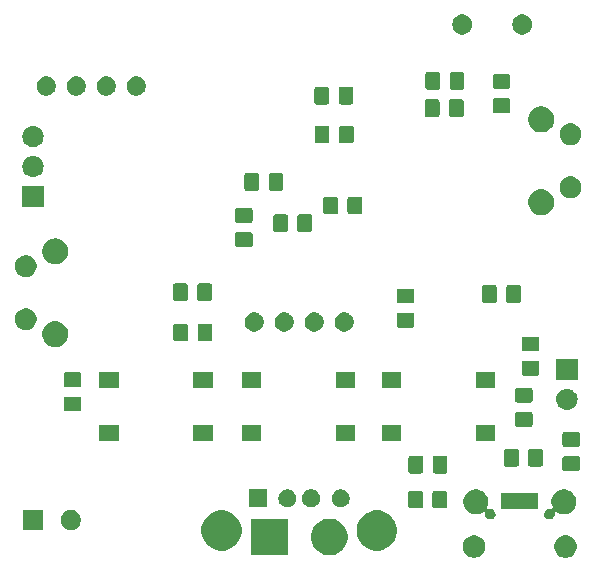
<source format=gts>
G04 #@! TF.GenerationSoftware,KiCad,Pcbnew,5.0.2-bee76a0~70~ubuntu18.04.1*
G04 #@! TF.CreationDate,2019-03-30T14:25:07+01:00*
G04 #@! TF.ProjectId,jarwis,6a617277-6973-42e6-9b69-6361645f7063,rev?*
G04 #@! TF.SameCoordinates,Original*
G04 #@! TF.FileFunction,Soldermask,Top*
G04 #@! TF.FilePolarity,Negative*
%FSLAX46Y46*%
G04 Gerber Fmt 4.6, Leading zero omitted, Abs format (unit mm)*
G04 Created by KiCad (PCBNEW 5.0.2-bee76a0~70~ubuntu18.04.1) date sáb 30 mar 2019 14:25:07 CET*
%MOMM*%
%LPD*%
G01*
G04 APERTURE LIST*
%ADD10C,0.100000*%
G04 APERTURE END LIST*
D10*
G36*
X169244776Y-110115846D02*
X169417846Y-110187534D01*
X169573610Y-110291612D01*
X169706068Y-110424070D01*
X169810146Y-110579834D01*
X169881834Y-110752904D01*
X169918380Y-110936633D01*
X169918380Y-111123967D01*
X169881834Y-111307696D01*
X169810146Y-111480766D01*
X169706068Y-111636530D01*
X169573610Y-111768988D01*
X169417846Y-111873066D01*
X169244776Y-111944754D01*
X169061047Y-111981300D01*
X168873713Y-111981300D01*
X168689984Y-111944754D01*
X168516914Y-111873066D01*
X168361150Y-111768988D01*
X168228692Y-111636530D01*
X168124614Y-111480766D01*
X168052926Y-111307696D01*
X168016380Y-111123967D01*
X168016380Y-110936633D01*
X168052926Y-110752904D01*
X168124614Y-110579834D01*
X168228692Y-110424070D01*
X168361150Y-110291612D01*
X168516914Y-110187534D01*
X168689984Y-110115846D01*
X168873713Y-110079300D01*
X169061047Y-110079300D01*
X169244776Y-110115846D01*
X169244776Y-110115846D01*
G37*
G36*
X161494776Y-110115846D02*
X161667846Y-110187534D01*
X161823610Y-110291612D01*
X161956068Y-110424070D01*
X162060146Y-110579834D01*
X162131834Y-110752904D01*
X162168380Y-110936633D01*
X162168380Y-111123967D01*
X162131834Y-111307696D01*
X162060146Y-111480766D01*
X161956068Y-111636530D01*
X161823610Y-111768988D01*
X161667846Y-111873066D01*
X161494776Y-111944754D01*
X161311047Y-111981300D01*
X161123713Y-111981300D01*
X160939984Y-111944754D01*
X160766914Y-111873066D01*
X160611150Y-111768988D01*
X160478692Y-111636530D01*
X160374614Y-111480766D01*
X160302926Y-111307696D01*
X160266380Y-111123967D01*
X160266380Y-110936633D01*
X160302926Y-110752904D01*
X160374614Y-110579834D01*
X160478692Y-110424070D01*
X160611150Y-110291612D01*
X160766914Y-110187534D01*
X160939984Y-110115846D01*
X161123713Y-110079300D01*
X161311047Y-110079300D01*
X161494776Y-110115846D01*
X161494776Y-110115846D01*
G37*
G36*
X145429300Y-111766680D02*
X142327300Y-111766680D01*
X142327300Y-108664680D01*
X145429300Y-108664680D01*
X145429300Y-111766680D01*
X145429300Y-111766680D01*
G37*
G36*
X149285127Y-108699304D02*
X149410710Y-108724284D01*
X149692974Y-108841201D01*
X149947005Y-109010939D01*
X150163041Y-109226975D01*
X150332779Y-109481006D01*
X150449696Y-109763270D01*
X150509300Y-110062920D01*
X150509300Y-110368440D01*
X150449696Y-110668090D01*
X150332779Y-110950354D01*
X150163041Y-111204385D01*
X149947005Y-111420421D01*
X149692974Y-111590159D01*
X149410710Y-111707076D01*
X149310827Y-111726944D01*
X149111062Y-111766680D01*
X148805538Y-111766680D01*
X148605773Y-111726944D01*
X148505890Y-111707076D01*
X148223626Y-111590159D01*
X147969595Y-111420421D01*
X147753559Y-111204385D01*
X147583821Y-110950354D01*
X147466904Y-110668090D01*
X147407300Y-110368440D01*
X147407300Y-110062920D01*
X147466904Y-109763270D01*
X147583821Y-109481006D01*
X147753559Y-109226975D01*
X147969595Y-109010939D01*
X148223626Y-108841201D01*
X148505890Y-108724284D01*
X148631473Y-108699304D01*
X148805538Y-108664680D01*
X149111062Y-108664680D01*
X149285127Y-108699304D01*
X149285127Y-108699304D01*
G37*
G36*
X140346797Y-108018636D02*
X140462764Y-108066671D01*
X140657814Y-108147463D01*
X140937727Y-108334495D01*
X141175765Y-108572533D01*
X141362797Y-108852446D01*
X141428448Y-109010942D01*
X141491624Y-109163463D01*
X141504257Y-109226973D01*
X141557300Y-109493637D01*
X141557300Y-109830283D01*
X141491624Y-110160456D01*
X141362797Y-110471474D01*
X141175765Y-110751387D01*
X140937727Y-110989425D01*
X140657814Y-111176457D01*
X140475624Y-111251922D01*
X140346797Y-111305284D01*
X140016623Y-111370960D01*
X139679977Y-111370960D01*
X139349803Y-111305284D01*
X139220976Y-111251922D01*
X139038786Y-111176457D01*
X138758873Y-110989425D01*
X138520835Y-110751387D01*
X138333803Y-110471474D01*
X138204976Y-110160456D01*
X138139300Y-109830283D01*
X138139300Y-109493637D01*
X138192343Y-109226973D01*
X138204976Y-109163463D01*
X138268152Y-109010942D01*
X138333803Y-108852446D01*
X138520835Y-108572533D01*
X138758873Y-108334495D01*
X139038786Y-108147463D01*
X139233836Y-108066671D01*
X139349803Y-108018636D01*
X139679977Y-107952960D01*
X140016623Y-107952960D01*
X140346797Y-108018636D01*
X140346797Y-108018636D01*
G37*
G36*
X153486797Y-108018636D02*
X153602764Y-108066671D01*
X153797814Y-108147463D01*
X154077727Y-108334495D01*
X154315765Y-108572533D01*
X154502797Y-108852446D01*
X154568448Y-109010942D01*
X154631624Y-109163463D01*
X154644257Y-109226973D01*
X154697300Y-109493637D01*
X154697300Y-109830283D01*
X154631624Y-110160456D01*
X154502797Y-110471474D01*
X154315765Y-110751387D01*
X154077727Y-110989425D01*
X153797814Y-111176457D01*
X153615624Y-111251922D01*
X153486797Y-111305284D01*
X153156623Y-111370960D01*
X152819977Y-111370960D01*
X152489803Y-111305284D01*
X152360976Y-111251922D01*
X152178786Y-111176457D01*
X151898873Y-110989425D01*
X151660835Y-110751387D01*
X151473803Y-110471474D01*
X151344976Y-110160456D01*
X151279300Y-109830283D01*
X151279300Y-109493637D01*
X151332343Y-109226973D01*
X151344976Y-109163463D01*
X151408152Y-109010942D01*
X151473803Y-108852446D01*
X151660835Y-108572533D01*
X151898873Y-108334495D01*
X152178786Y-108147463D01*
X152373836Y-108066671D01*
X152489803Y-108018636D01*
X152819977Y-107952960D01*
X153156623Y-107952960D01*
X153486797Y-108018636D01*
X153486797Y-108018636D01*
G37*
G36*
X124729340Y-109634120D02*
X123027340Y-109634120D01*
X123027340Y-107932120D01*
X124729340Y-107932120D01*
X124729340Y-109634120D01*
X124729340Y-109634120D01*
G37*
G36*
X127326568Y-107964823D02*
X127481440Y-108028973D01*
X127620821Y-108122105D01*
X127739355Y-108240639D01*
X127832487Y-108380020D01*
X127896637Y-108534892D01*
X127929340Y-108699304D01*
X127929340Y-108866936D01*
X127896637Y-109031348D01*
X127832487Y-109186220D01*
X127739355Y-109325601D01*
X127620821Y-109444135D01*
X127481440Y-109537267D01*
X127326568Y-109601417D01*
X127162156Y-109634120D01*
X126994524Y-109634120D01*
X126830112Y-109601417D01*
X126675240Y-109537267D01*
X126535859Y-109444135D01*
X126417325Y-109325601D01*
X126324193Y-109186220D01*
X126260043Y-109031348D01*
X126227340Y-108866936D01*
X126227340Y-108699304D01*
X126260043Y-108534892D01*
X126324193Y-108380020D01*
X126417325Y-108240639D01*
X126535859Y-108122105D01*
X126675240Y-108028973D01*
X126830112Y-107964823D01*
X126994524Y-107932120D01*
X127162156Y-107932120D01*
X127326568Y-107964823D01*
X127326568Y-107964823D01*
G37*
G36*
X169123945Y-106219689D02*
X169315214Y-106298915D01*
X169487356Y-106413937D01*
X169633743Y-106560324D01*
X169748765Y-106732466D01*
X169827991Y-106923735D01*
X169868380Y-107126784D01*
X169868380Y-107333816D01*
X169827991Y-107536865D01*
X169748765Y-107728134D01*
X169633743Y-107900276D01*
X169487356Y-108046663D01*
X169315214Y-108161685D01*
X169123945Y-108240911D01*
X168920896Y-108281300D01*
X168713864Y-108281300D01*
X168510815Y-108240911D01*
X168319546Y-108161685D01*
X168234946Y-108105157D01*
X168213336Y-108093606D01*
X168189887Y-108086493D01*
X168165500Y-108084091D01*
X168141114Y-108086493D01*
X168117665Y-108093606D01*
X168096054Y-108105157D01*
X168077112Y-108120702D01*
X168061566Y-108139645D01*
X168050015Y-108161255D01*
X168042902Y-108184704D01*
X168040500Y-108209091D01*
X168042902Y-108233478D01*
X168043380Y-108235881D01*
X168043380Y-108324721D01*
X168026049Y-108411852D01*
X167992053Y-108493925D01*
X167992051Y-108493929D01*
X167964680Y-108534892D01*
X167942691Y-108567800D01*
X167879880Y-108630611D01*
X167879877Y-108630613D01*
X167879876Y-108630614D01*
X167806009Y-108679971D01*
X167806006Y-108679972D01*
X167806005Y-108679973D01*
X167723932Y-108713969D01*
X167636801Y-108731300D01*
X167547959Y-108731300D01*
X167460828Y-108713969D01*
X167378755Y-108679973D01*
X167378754Y-108679972D01*
X167378751Y-108679971D01*
X167304884Y-108630614D01*
X167304883Y-108630613D01*
X167304880Y-108630611D01*
X167242069Y-108567800D01*
X167220080Y-108534892D01*
X167192709Y-108493929D01*
X167192707Y-108493925D01*
X167158711Y-108411852D01*
X167141380Y-108324721D01*
X167141380Y-108235879D01*
X167158711Y-108148748D01*
X167192707Y-108066675D01*
X167192708Y-108066674D01*
X167192709Y-108066671D01*
X167242066Y-107992804D01*
X167242067Y-107992803D01*
X167242069Y-107992800D01*
X167304880Y-107929989D01*
X167349348Y-107900276D01*
X167378751Y-107880629D01*
X167378754Y-107880628D01*
X167378755Y-107880627D01*
X167460828Y-107846631D01*
X167547959Y-107829300D01*
X167636802Y-107829300D01*
X167724673Y-107846778D01*
X167749059Y-107849180D01*
X167773445Y-107846778D01*
X167796894Y-107839665D01*
X167818505Y-107828113D01*
X167837447Y-107812568D01*
X167852992Y-107793626D01*
X167864543Y-107772015D01*
X167871656Y-107748565D01*
X167874058Y-107724179D01*
X167871656Y-107699793D01*
X167864543Y-107676345D01*
X167806769Y-107536866D01*
X167766380Y-107333816D01*
X167766380Y-107126784D01*
X167806769Y-106923735D01*
X167885995Y-106732466D01*
X168001017Y-106560324D01*
X168147404Y-106413937D01*
X168319546Y-106298915D01*
X168510815Y-106219689D01*
X168713864Y-106179300D01*
X168920896Y-106179300D01*
X169123945Y-106219689D01*
X169123945Y-106219689D01*
G37*
G36*
X161673945Y-106219689D02*
X161865214Y-106298915D01*
X162037356Y-106413937D01*
X162183743Y-106560324D01*
X162298765Y-106732466D01*
X162377991Y-106923735D01*
X162418380Y-107126784D01*
X162418380Y-107333816D01*
X162377991Y-107536866D01*
X162320217Y-107676345D01*
X162313104Y-107699794D01*
X162310702Y-107724180D01*
X162313104Y-107748567D01*
X162320217Y-107772016D01*
X162331768Y-107793626D01*
X162347314Y-107812569D01*
X162366256Y-107828114D01*
X162387867Y-107839665D01*
X162411316Y-107846778D01*
X162435702Y-107849180D01*
X162460087Y-107846778D01*
X162547958Y-107829300D01*
X162636801Y-107829300D01*
X162723932Y-107846631D01*
X162806005Y-107880627D01*
X162806006Y-107880628D01*
X162806009Y-107880629D01*
X162835412Y-107900276D01*
X162879880Y-107929989D01*
X162942691Y-107992800D01*
X162942693Y-107992803D01*
X162942694Y-107992804D01*
X162992051Y-108066671D01*
X162992052Y-108066674D01*
X162992053Y-108066675D01*
X163026049Y-108148748D01*
X163043380Y-108235879D01*
X163043380Y-108324721D01*
X163026049Y-108411852D01*
X162992053Y-108493925D01*
X162992051Y-108493929D01*
X162964680Y-108534892D01*
X162942691Y-108567800D01*
X162879880Y-108630611D01*
X162879877Y-108630613D01*
X162879876Y-108630614D01*
X162806009Y-108679971D01*
X162806006Y-108679972D01*
X162806005Y-108679973D01*
X162723932Y-108713969D01*
X162636801Y-108731300D01*
X162547959Y-108731300D01*
X162460828Y-108713969D01*
X162378755Y-108679973D01*
X162378754Y-108679972D01*
X162378751Y-108679971D01*
X162304884Y-108630614D01*
X162304883Y-108630613D01*
X162304880Y-108630611D01*
X162242069Y-108567800D01*
X162220080Y-108534892D01*
X162192709Y-108493929D01*
X162192707Y-108493925D01*
X162158711Y-108411852D01*
X162141380Y-108324721D01*
X162141380Y-108235881D01*
X162141858Y-108233478D01*
X162144260Y-108209092D01*
X162141858Y-108184706D01*
X162134745Y-108161257D01*
X162123194Y-108139646D01*
X162107649Y-108120704D01*
X162088707Y-108105158D01*
X162067097Y-108093607D01*
X162043647Y-108086493D01*
X162019261Y-108084091D01*
X161994875Y-108086493D01*
X161971426Y-108093606D01*
X161949814Y-108105157D01*
X161865214Y-108161685D01*
X161673945Y-108240911D01*
X161470896Y-108281300D01*
X161263864Y-108281300D01*
X161060815Y-108240911D01*
X160869546Y-108161685D01*
X160697404Y-108046663D01*
X160551017Y-107900276D01*
X160435995Y-107728134D01*
X160356769Y-107536865D01*
X160316380Y-107333816D01*
X160316380Y-107126784D01*
X160356769Y-106923735D01*
X160435995Y-106732466D01*
X160551017Y-106560324D01*
X160697404Y-106413937D01*
X160869546Y-106298915D01*
X161060815Y-106219689D01*
X161263864Y-106179300D01*
X161470896Y-106179300D01*
X161673945Y-106219689D01*
X161673945Y-106219689D01*
G37*
G36*
X166668380Y-107881300D02*
X163516380Y-107881300D01*
X163516380Y-106479300D01*
X166668380Y-106479300D01*
X166668380Y-107881300D01*
X166668380Y-107881300D01*
G37*
G36*
X156733257Y-106301765D02*
X156770944Y-106313198D01*
X156805683Y-106331766D01*
X156836128Y-106356752D01*
X156861114Y-106387197D01*
X156879682Y-106421936D01*
X156891115Y-106459623D01*
X156895580Y-106504961D01*
X156895580Y-107591639D01*
X156891115Y-107636977D01*
X156879682Y-107674664D01*
X156861114Y-107709403D01*
X156836128Y-107739848D01*
X156805683Y-107764834D01*
X156770944Y-107783402D01*
X156733257Y-107794835D01*
X156687919Y-107799300D01*
X155851241Y-107799300D01*
X155805903Y-107794835D01*
X155768216Y-107783402D01*
X155733477Y-107764834D01*
X155703032Y-107739848D01*
X155678046Y-107709403D01*
X155659478Y-107674664D01*
X155648045Y-107636977D01*
X155643580Y-107591639D01*
X155643580Y-106504961D01*
X155648045Y-106459623D01*
X155659478Y-106421936D01*
X155678046Y-106387197D01*
X155703032Y-106356752D01*
X155733477Y-106331766D01*
X155768216Y-106313198D01*
X155805903Y-106301765D01*
X155851241Y-106297300D01*
X156687919Y-106297300D01*
X156733257Y-106301765D01*
X156733257Y-106301765D01*
G37*
G36*
X158783257Y-106301765D02*
X158820944Y-106313198D01*
X158855683Y-106331766D01*
X158886128Y-106356752D01*
X158911114Y-106387197D01*
X158929682Y-106421936D01*
X158941115Y-106459623D01*
X158945580Y-106504961D01*
X158945580Y-107591639D01*
X158941115Y-107636977D01*
X158929682Y-107674664D01*
X158911114Y-107709403D01*
X158886128Y-107739848D01*
X158855683Y-107764834D01*
X158820944Y-107783402D01*
X158783257Y-107794835D01*
X158737919Y-107799300D01*
X157901241Y-107799300D01*
X157855903Y-107794835D01*
X157818216Y-107783402D01*
X157783477Y-107764834D01*
X157753032Y-107739848D01*
X157728046Y-107709403D01*
X157709478Y-107674664D01*
X157698045Y-107636977D01*
X157693580Y-107591639D01*
X157693580Y-106504961D01*
X157698045Y-106459623D01*
X157709478Y-106421936D01*
X157728046Y-106387197D01*
X157753032Y-106356752D01*
X157783477Y-106331766D01*
X157818216Y-106313198D01*
X157855903Y-106301765D01*
X157901241Y-106297300D01*
X158737919Y-106297300D01*
X158783257Y-106301765D01*
X158783257Y-106301765D01*
G37*
G36*
X147641442Y-106216358D02*
X147780664Y-106274025D01*
X147905959Y-106357745D01*
X148012515Y-106464301D01*
X148096235Y-106589596D01*
X148153902Y-106728818D01*
X148183300Y-106876614D01*
X148183300Y-107027306D01*
X148153902Y-107175102D01*
X148096235Y-107314324D01*
X148012515Y-107439619D01*
X147905959Y-107546175D01*
X147780664Y-107629895D01*
X147641442Y-107687562D01*
X147493646Y-107716960D01*
X147342954Y-107716960D01*
X147195158Y-107687562D01*
X147055936Y-107629895D01*
X146930641Y-107546175D01*
X146824085Y-107439619D01*
X146740365Y-107314324D01*
X146682698Y-107175102D01*
X146653300Y-107027306D01*
X146653300Y-106876614D01*
X146682698Y-106728818D01*
X146740365Y-106589596D01*
X146824085Y-106464301D01*
X146930641Y-106357745D01*
X147055936Y-106274025D01*
X147195158Y-106216358D01*
X147342954Y-106186960D01*
X147493646Y-106186960D01*
X147641442Y-106216358D01*
X147641442Y-106216358D01*
G37*
G36*
X150141442Y-106216358D02*
X150280664Y-106274025D01*
X150405959Y-106357745D01*
X150512515Y-106464301D01*
X150596235Y-106589596D01*
X150653902Y-106728818D01*
X150683300Y-106876614D01*
X150683300Y-107027306D01*
X150653902Y-107175102D01*
X150596235Y-107314324D01*
X150512515Y-107439619D01*
X150405959Y-107546175D01*
X150280664Y-107629895D01*
X150141442Y-107687562D01*
X149993646Y-107716960D01*
X149842954Y-107716960D01*
X149695158Y-107687562D01*
X149555936Y-107629895D01*
X149430641Y-107546175D01*
X149324085Y-107439619D01*
X149240365Y-107314324D01*
X149182698Y-107175102D01*
X149153300Y-107027306D01*
X149153300Y-106876614D01*
X149182698Y-106728818D01*
X149240365Y-106589596D01*
X149324085Y-106464301D01*
X149430641Y-106357745D01*
X149555936Y-106274025D01*
X149695158Y-106216358D01*
X149842954Y-106186960D01*
X149993646Y-106186960D01*
X150141442Y-106216358D01*
X150141442Y-106216358D01*
G37*
G36*
X143683300Y-107716960D02*
X142153300Y-107716960D01*
X142153300Y-106186960D01*
X143683300Y-106186960D01*
X143683300Y-107716960D01*
X143683300Y-107716960D01*
G37*
G36*
X145641442Y-106216358D02*
X145780664Y-106274025D01*
X145905959Y-106357745D01*
X146012515Y-106464301D01*
X146096235Y-106589596D01*
X146153902Y-106728818D01*
X146183300Y-106876614D01*
X146183300Y-107027306D01*
X146153902Y-107175102D01*
X146096235Y-107314324D01*
X146012515Y-107439619D01*
X145905959Y-107546175D01*
X145780664Y-107629895D01*
X145641442Y-107687562D01*
X145493646Y-107716960D01*
X145342954Y-107716960D01*
X145195158Y-107687562D01*
X145055936Y-107629895D01*
X144930641Y-107546175D01*
X144824085Y-107439619D01*
X144740365Y-107314324D01*
X144682698Y-107175102D01*
X144653300Y-107027306D01*
X144653300Y-106876614D01*
X144682698Y-106728818D01*
X144740365Y-106589596D01*
X144824085Y-106464301D01*
X144930641Y-106357745D01*
X145055936Y-106274025D01*
X145195158Y-106216358D01*
X145342954Y-106186960D01*
X145493646Y-106186960D01*
X145641442Y-106216358D01*
X145641442Y-106216358D01*
G37*
G36*
X156756117Y-103347745D02*
X156793804Y-103359178D01*
X156828543Y-103377746D01*
X156858988Y-103402732D01*
X156883974Y-103433177D01*
X156902542Y-103467916D01*
X156913975Y-103505603D01*
X156918440Y-103550941D01*
X156918440Y-104637619D01*
X156913975Y-104682957D01*
X156902542Y-104720644D01*
X156883974Y-104755383D01*
X156858988Y-104785828D01*
X156828543Y-104810814D01*
X156793804Y-104829382D01*
X156756117Y-104840815D01*
X156710779Y-104845280D01*
X155874101Y-104845280D01*
X155828763Y-104840815D01*
X155791076Y-104829382D01*
X155756337Y-104810814D01*
X155725892Y-104785828D01*
X155700906Y-104755383D01*
X155682338Y-104720644D01*
X155670905Y-104682957D01*
X155666440Y-104637619D01*
X155666440Y-103550941D01*
X155670905Y-103505603D01*
X155682338Y-103467916D01*
X155700906Y-103433177D01*
X155725892Y-103402732D01*
X155756337Y-103377746D01*
X155791076Y-103359178D01*
X155828763Y-103347745D01*
X155874101Y-103343280D01*
X156710779Y-103343280D01*
X156756117Y-103347745D01*
X156756117Y-103347745D01*
G37*
G36*
X158806117Y-103347745D02*
X158843804Y-103359178D01*
X158878543Y-103377746D01*
X158908988Y-103402732D01*
X158933974Y-103433177D01*
X158952542Y-103467916D01*
X158963975Y-103505603D01*
X158968440Y-103550941D01*
X158968440Y-104637619D01*
X158963975Y-104682957D01*
X158952542Y-104720644D01*
X158933974Y-104755383D01*
X158908988Y-104785828D01*
X158878543Y-104810814D01*
X158843804Y-104829382D01*
X158806117Y-104840815D01*
X158760779Y-104845280D01*
X157924101Y-104845280D01*
X157878763Y-104840815D01*
X157841076Y-104829382D01*
X157806337Y-104810814D01*
X157775892Y-104785828D01*
X157750906Y-104755383D01*
X157732338Y-104720644D01*
X157720905Y-104682957D01*
X157716440Y-104637619D01*
X157716440Y-103550941D01*
X157720905Y-103505603D01*
X157732338Y-103467916D01*
X157750906Y-103433177D01*
X157775892Y-103402732D01*
X157806337Y-103377746D01*
X157841076Y-103359178D01*
X157878763Y-103347745D01*
X157924101Y-103343280D01*
X158760779Y-103343280D01*
X158806117Y-103347745D01*
X158806117Y-103347745D01*
G37*
G36*
X170034617Y-103392845D02*
X170072304Y-103404278D01*
X170107043Y-103422846D01*
X170137488Y-103447832D01*
X170162474Y-103478277D01*
X170181042Y-103513016D01*
X170192475Y-103550703D01*
X170196940Y-103596041D01*
X170196940Y-104432719D01*
X170192475Y-104478057D01*
X170181042Y-104515744D01*
X170162474Y-104550483D01*
X170137488Y-104580928D01*
X170107043Y-104605914D01*
X170072304Y-104624482D01*
X170034617Y-104635915D01*
X169989279Y-104640380D01*
X168902601Y-104640380D01*
X168857263Y-104635915D01*
X168819576Y-104624482D01*
X168784837Y-104605914D01*
X168754392Y-104580928D01*
X168729406Y-104550483D01*
X168710838Y-104515744D01*
X168699405Y-104478057D01*
X168694940Y-104432719D01*
X168694940Y-103596041D01*
X168699405Y-103550703D01*
X168710838Y-103513016D01*
X168729406Y-103478277D01*
X168754392Y-103447832D01*
X168784837Y-103422846D01*
X168819576Y-103404278D01*
X168857263Y-103392845D01*
X168902601Y-103388380D01*
X169989279Y-103388380D01*
X170034617Y-103392845D01*
X170034617Y-103392845D01*
G37*
G36*
X164840937Y-102763545D02*
X164878624Y-102774978D01*
X164913363Y-102793546D01*
X164943808Y-102818532D01*
X164968794Y-102848977D01*
X164987362Y-102883716D01*
X164998795Y-102921403D01*
X165003260Y-102966741D01*
X165003260Y-104053419D01*
X164998795Y-104098757D01*
X164987362Y-104136444D01*
X164968794Y-104171183D01*
X164943808Y-104201628D01*
X164913363Y-104226614D01*
X164878624Y-104245182D01*
X164840937Y-104256615D01*
X164795599Y-104261080D01*
X163958921Y-104261080D01*
X163913583Y-104256615D01*
X163875896Y-104245182D01*
X163841157Y-104226614D01*
X163810712Y-104201628D01*
X163785726Y-104171183D01*
X163767158Y-104136444D01*
X163755725Y-104098757D01*
X163751260Y-104053419D01*
X163751260Y-102966741D01*
X163755725Y-102921403D01*
X163767158Y-102883716D01*
X163785726Y-102848977D01*
X163810712Y-102818532D01*
X163841157Y-102793546D01*
X163875896Y-102774978D01*
X163913583Y-102763545D01*
X163958921Y-102759080D01*
X164795599Y-102759080D01*
X164840937Y-102763545D01*
X164840937Y-102763545D01*
G37*
G36*
X166890937Y-102763545D02*
X166928624Y-102774978D01*
X166963363Y-102793546D01*
X166993808Y-102818532D01*
X167018794Y-102848977D01*
X167037362Y-102883716D01*
X167048795Y-102921403D01*
X167053260Y-102966741D01*
X167053260Y-104053419D01*
X167048795Y-104098757D01*
X167037362Y-104136444D01*
X167018794Y-104171183D01*
X166993808Y-104201628D01*
X166963363Y-104226614D01*
X166928624Y-104245182D01*
X166890937Y-104256615D01*
X166845599Y-104261080D01*
X166008921Y-104261080D01*
X165963583Y-104256615D01*
X165925896Y-104245182D01*
X165891157Y-104226614D01*
X165860712Y-104201628D01*
X165835726Y-104171183D01*
X165817158Y-104136444D01*
X165805725Y-104098757D01*
X165801260Y-104053419D01*
X165801260Y-102966741D01*
X165805725Y-102921403D01*
X165817158Y-102883716D01*
X165835726Y-102848977D01*
X165860712Y-102818532D01*
X165891157Y-102793546D01*
X165925896Y-102774978D01*
X165963583Y-102763545D01*
X166008921Y-102759080D01*
X166845599Y-102759080D01*
X166890937Y-102763545D01*
X166890937Y-102763545D01*
G37*
G36*
X170034617Y-101342845D02*
X170072304Y-101354278D01*
X170107043Y-101372846D01*
X170137488Y-101397832D01*
X170162474Y-101428277D01*
X170181042Y-101463016D01*
X170192475Y-101500703D01*
X170196940Y-101546041D01*
X170196940Y-102382719D01*
X170192475Y-102428057D01*
X170181042Y-102465744D01*
X170162474Y-102500483D01*
X170137488Y-102530928D01*
X170107043Y-102555914D01*
X170072304Y-102574482D01*
X170034617Y-102585915D01*
X169989279Y-102590380D01*
X168902601Y-102590380D01*
X168857263Y-102585915D01*
X168819576Y-102574482D01*
X168784837Y-102555914D01*
X168754392Y-102530928D01*
X168729406Y-102500483D01*
X168710838Y-102465744D01*
X168699405Y-102428057D01*
X168694940Y-102382719D01*
X168694940Y-101546041D01*
X168699405Y-101500703D01*
X168710838Y-101463016D01*
X168729406Y-101428277D01*
X168754392Y-101397832D01*
X168784837Y-101372846D01*
X168819576Y-101354278D01*
X168857263Y-101342845D01*
X168902601Y-101338380D01*
X169989279Y-101338380D01*
X170034617Y-101342845D01*
X170034617Y-101342845D01*
G37*
G36*
X155057440Y-102127840D02*
X153405440Y-102127840D01*
X153405440Y-100725840D01*
X155057440Y-100725840D01*
X155057440Y-102127840D01*
X155057440Y-102127840D01*
G37*
G36*
X131148420Y-102127840D02*
X129496420Y-102127840D01*
X129496420Y-100725840D01*
X131148420Y-100725840D01*
X131148420Y-102127840D01*
X131148420Y-102127840D01*
G37*
G36*
X139098420Y-102127840D02*
X137446420Y-102127840D01*
X137446420Y-100725840D01*
X139098420Y-100725840D01*
X139098420Y-102127840D01*
X139098420Y-102127840D01*
G37*
G36*
X151168500Y-102127840D02*
X149516500Y-102127840D01*
X149516500Y-100725840D01*
X151168500Y-100725840D01*
X151168500Y-102127840D01*
X151168500Y-102127840D01*
G37*
G36*
X143218500Y-102127840D02*
X141566500Y-102127840D01*
X141566500Y-100725840D01*
X143218500Y-100725840D01*
X143218500Y-102127840D01*
X143218500Y-102127840D01*
G37*
G36*
X163007440Y-102127840D02*
X161355440Y-102127840D01*
X161355440Y-100725840D01*
X163007440Y-100725840D01*
X163007440Y-102127840D01*
X163007440Y-102127840D01*
G37*
G36*
X166016337Y-99636185D02*
X166054024Y-99647618D01*
X166088763Y-99666186D01*
X166119208Y-99691172D01*
X166144194Y-99721617D01*
X166162762Y-99756356D01*
X166174195Y-99794043D01*
X166178660Y-99839381D01*
X166178660Y-100676059D01*
X166174195Y-100721397D01*
X166162762Y-100759084D01*
X166144194Y-100793823D01*
X166119208Y-100824268D01*
X166088763Y-100849254D01*
X166054024Y-100867822D01*
X166016337Y-100879255D01*
X165970999Y-100883720D01*
X164884321Y-100883720D01*
X164838983Y-100879255D01*
X164801296Y-100867822D01*
X164766557Y-100849254D01*
X164736112Y-100824268D01*
X164711126Y-100793823D01*
X164692558Y-100759084D01*
X164681125Y-100721397D01*
X164676660Y-100676059D01*
X164676660Y-99839381D01*
X164681125Y-99794043D01*
X164692558Y-99756356D01*
X164711126Y-99721617D01*
X164736112Y-99691172D01*
X164766557Y-99666186D01*
X164801296Y-99647618D01*
X164838983Y-99636185D01*
X164884321Y-99631720D01*
X165970999Y-99631720D01*
X166016337Y-99636185D01*
X166016337Y-99636185D01*
G37*
G36*
X127819817Y-98330625D02*
X127857504Y-98342058D01*
X127892243Y-98360626D01*
X127922688Y-98385612D01*
X127947674Y-98416057D01*
X127966242Y-98450796D01*
X127977675Y-98488483D01*
X127982140Y-98533821D01*
X127982140Y-99370499D01*
X127977675Y-99415837D01*
X127966242Y-99453524D01*
X127947674Y-99488263D01*
X127922688Y-99518708D01*
X127892243Y-99543694D01*
X127857504Y-99562262D01*
X127819817Y-99573695D01*
X127774479Y-99578160D01*
X126687801Y-99578160D01*
X126642463Y-99573695D01*
X126604776Y-99562262D01*
X126570037Y-99543694D01*
X126539592Y-99518708D01*
X126514606Y-99488263D01*
X126496038Y-99453524D01*
X126484605Y-99415837D01*
X126480140Y-99370499D01*
X126480140Y-98533821D01*
X126484605Y-98488483D01*
X126496038Y-98450796D01*
X126514606Y-98416057D01*
X126539592Y-98385612D01*
X126570037Y-98360626D01*
X126604776Y-98342058D01*
X126642463Y-98330625D01*
X126687801Y-98326160D01*
X127774479Y-98326160D01*
X127819817Y-98330625D01*
X127819817Y-98330625D01*
G37*
G36*
X169195703Y-97675299D02*
X169261887Y-97681817D01*
X169342781Y-97706356D01*
X169431727Y-97733337D01*
X169536576Y-97789381D01*
X169588251Y-97817002D01*
X169623989Y-97846332D01*
X169725446Y-97929594D01*
X169808708Y-98031051D01*
X169838038Y-98066789D01*
X169838039Y-98066791D01*
X169921703Y-98223313D01*
X169921703Y-98223314D01*
X169973223Y-98393153D01*
X169990619Y-98569780D01*
X169973223Y-98746407D01*
X169948323Y-98828490D01*
X169921703Y-98916247D01*
X169847608Y-99054867D01*
X169838038Y-99072771D01*
X169808708Y-99108509D01*
X169725446Y-99209966D01*
X169623989Y-99293228D01*
X169588251Y-99322558D01*
X169588249Y-99322559D01*
X169431727Y-99406223D01*
X169400033Y-99415837D01*
X169261887Y-99457743D01*
X169195702Y-99464262D01*
X169129520Y-99470780D01*
X169041000Y-99470780D01*
X168974818Y-99464262D01*
X168908633Y-99457743D01*
X168770487Y-99415837D01*
X168738793Y-99406223D01*
X168582271Y-99322559D01*
X168582269Y-99322558D01*
X168546531Y-99293228D01*
X168445074Y-99209966D01*
X168361812Y-99108509D01*
X168332482Y-99072771D01*
X168322912Y-99054867D01*
X168248817Y-98916247D01*
X168222197Y-98828490D01*
X168197297Y-98746407D01*
X168179901Y-98569780D01*
X168197297Y-98393153D01*
X168248817Y-98223314D01*
X168248817Y-98223313D01*
X168332481Y-98066791D01*
X168332482Y-98066789D01*
X168361812Y-98031051D01*
X168445074Y-97929594D01*
X168546531Y-97846332D01*
X168582269Y-97817002D01*
X168633944Y-97789381D01*
X168738793Y-97733337D01*
X168827739Y-97706356D01*
X168908633Y-97681817D01*
X168974818Y-97675298D01*
X169041000Y-97668780D01*
X169129520Y-97668780D01*
X169195703Y-97675299D01*
X169195703Y-97675299D01*
G37*
G36*
X166016337Y-97586185D02*
X166054024Y-97597618D01*
X166088763Y-97616186D01*
X166119208Y-97641172D01*
X166144194Y-97671617D01*
X166162762Y-97706356D01*
X166174195Y-97744043D01*
X166178660Y-97789381D01*
X166178660Y-98626059D01*
X166174195Y-98671397D01*
X166162762Y-98709084D01*
X166144194Y-98743823D01*
X166119208Y-98774268D01*
X166088763Y-98799254D01*
X166054024Y-98817822D01*
X166016337Y-98829255D01*
X165970999Y-98833720D01*
X164884321Y-98833720D01*
X164838983Y-98829255D01*
X164801296Y-98817822D01*
X164766557Y-98799254D01*
X164736112Y-98774268D01*
X164711126Y-98743823D01*
X164692558Y-98709084D01*
X164681125Y-98671397D01*
X164676660Y-98626059D01*
X164676660Y-97789381D01*
X164681125Y-97744043D01*
X164692558Y-97706356D01*
X164711126Y-97671617D01*
X164736112Y-97641172D01*
X164766557Y-97616186D01*
X164801296Y-97597618D01*
X164838983Y-97586185D01*
X164884321Y-97581720D01*
X165970999Y-97581720D01*
X166016337Y-97586185D01*
X166016337Y-97586185D01*
G37*
G36*
X163007440Y-97627840D02*
X161355440Y-97627840D01*
X161355440Y-96225840D01*
X163007440Y-96225840D01*
X163007440Y-97627840D01*
X163007440Y-97627840D01*
G37*
G36*
X155057440Y-97627840D02*
X153405440Y-97627840D01*
X153405440Y-96225840D01*
X155057440Y-96225840D01*
X155057440Y-97627840D01*
X155057440Y-97627840D01*
G37*
G36*
X151168500Y-97627840D02*
X149516500Y-97627840D01*
X149516500Y-96225840D01*
X151168500Y-96225840D01*
X151168500Y-97627840D01*
X151168500Y-97627840D01*
G37*
G36*
X143218500Y-97627840D02*
X141566500Y-97627840D01*
X141566500Y-96225840D01*
X143218500Y-96225840D01*
X143218500Y-97627840D01*
X143218500Y-97627840D01*
G37*
G36*
X139098420Y-97627840D02*
X137446420Y-97627840D01*
X137446420Y-96225840D01*
X139098420Y-96225840D01*
X139098420Y-97627840D01*
X139098420Y-97627840D01*
G37*
G36*
X131148420Y-97627840D02*
X129496420Y-97627840D01*
X129496420Y-96225840D01*
X131148420Y-96225840D01*
X131148420Y-97627840D01*
X131148420Y-97627840D01*
G37*
G36*
X127819817Y-96280625D02*
X127857504Y-96292058D01*
X127892243Y-96310626D01*
X127922688Y-96335612D01*
X127947674Y-96366057D01*
X127966242Y-96400796D01*
X127977675Y-96438483D01*
X127982140Y-96483821D01*
X127982140Y-97320499D01*
X127977675Y-97365837D01*
X127966242Y-97403524D01*
X127947674Y-97438263D01*
X127922688Y-97468708D01*
X127892243Y-97493694D01*
X127857504Y-97512262D01*
X127819817Y-97523695D01*
X127774479Y-97528160D01*
X126687801Y-97528160D01*
X126642463Y-97523695D01*
X126604776Y-97512262D01*
X126570037Y-97493694D01*
X126539592Y-97468708D01*
X126514606Y-97438263D01*
X126496038Y-97403524D01*
X126484605Y-97365837D01*
X126480140Y-97320499D01*
X126480140Y-96483821D01*
X126484605Y-96438483D01*
X126496038Y-96400796D01*
X126514606Y-96366057D01*
X126539592Y-96335612D01*
X126570037Y-96310626D01*
X126604776Y-96292058D01*
X126642463Y-96280625D01*
X126687801Y-96276160D01*
X127774479Y-96276160D01*
X127819817Y-96280625D01*
X127819817Y-96280625D01*
G37*
G36*
X169986260Y-96930780D02*
X168184260Y-96930780D01*
X168184260Y-95128780D01*
X169986260Y-95128780D01*
X169986260Y-96930780D01*
X169986260Y-96930780D01*
G37*
G36*
X166592917Y-95306645D02*
X166630604Y-95318078D01*
X166665343Y-95336646D01*
X166695788Y-95361632D01*
X166720774Y-95392077D01*
X166739342Y-95426816D01*
X166750775Y-95464503D01*
X166755240Y-95509841D01*
X166755240Y-96346519D01*
X166750775Y-96391857D01*
X166739342Y-96429544D01*
X166720774Y-96464283D01*
X166695788Y-96494728D01*
X166665343Y-96519714D01*
X166630604Y-96538282D01*
X166592917Y-96549715D01*
X166547579Y-96554180D01*
X165460901Y-96554180D01*
X165415563Y-96549715D01*
X165377876Y-96538282D01*
X165343137Y-96519714D01*
X165312692Y-96494728D01*
X165287706Y-96464283D01*
X165269138Y-96429544D01*
X165257705Y-96391857D01*
X165253240Y-96346519D01*
X165253240Y-95509841D01*
X165257705Y-95464503D01*
X165269138Y-95426816D01*
X165287706Y-95392077D01*
X165312692Y-95361632D01*
X165343137Y-95336646D01*
X165377876Y-95318078D01*
X165415563Y-95306645D01*
X165460901Y-95302180D01*
X166547579Y-95302180D01*
X166592917Y-95306645D01*
X166592917Y-95306645D01*
G37*
G36*
X166592917Y-93256645D02*
X166630604Y-93268078D01*
X166665343Y-93286646D01*
X166695788Y-93311632D01*
X166720774Y-93342077D01*
X166739342Y-93376816D01*
X166750775Y-93414503D01*
X166755240Y-93459841D01*
X166755240Y-94296519D01*
X166750775Y-94341857D01*
X166739342Y-94379544D01*
X166720774Y-94414283D01*
X166695788Y-94444728D01*
X166665343Y-94469714D01*
X166630604Y-94488282D01*
X166592917Y-94499715D01*
X166547579Y-94504180D01*
X165460901Y-94504180D01*
X165415563Y-94499715D01*
X165377876Y-94488282D01*
X165343137Y-94469714D01*
X165312692Y-94444728D01*
X165287706Y-94414283D01*
X165269138Y-94379544D01*
X165257705Y-94341857D01*
X165253240Y-94296519D01*
X165253240Y-93459841D01*
X165257705Y-93414503D01*
X165269138Y-93376816D01*
X165287706Y-93342077D01*
X165312692Y-93311632D01*
X165343137Y-93286646D01*
X165377876Y-93268078D01*
X165415563Y-93256645D01*
X165460901Y-93252180D01*
X166547579Y-93252180D01*
X166592917Y-93256645D01*
X166592917Y-93256645D01*
G37*
G36*
X125968454Y-91964715D02*
X126074810Y-91985871D01*
X126145650Y-92015214D01*
X126275176Y-92068865D01*
X126275179Y-92068867D01*
X126443635Y-92181426D01*
X126455510Y-92189361D01*
X126608859Y-92342710D01*
X126608861Y-92342713D01*
X126608862Y-92342714D01*
X126696773Y-92474282D01*
X126729355Y-92523044D01*
X126734240Y-92534838D01*
X126812349Y-92723410D01*
X126854660Y-92936121D01*
X126854660Y-93152999D01*
X126812349Y-93365710D01*
X126792138Y-93414503D01*
X126729355Y-93566076D01*
X126729353Y-93566079D01*
X126673974Y-93648960D01*
X126608859Y-93746410D01*
X126455510Y-93899759D01*
X126275176Y-94020255D01*
X126145650Y-94073906D01*
X126074810Y-94103249D01*
X125968454Y-94124405D01*
X125862100Y-94145560D01*
X125645220Y-94145560D01*
X125538865Y-94124404D01*
X125432510Y-94103249D01*
X125361670Y-94073906D01*
X125232144Y-94020255D01*
X125051810Y-93899759D01*
X124898461Y-93746410D01*
X124833347Y-93648960D01*
X124777967Y-93566079D01*
X124777965Y-93566076D01*
X124715182Y-93414503D01*
X124694971Y-93365710D01*
X124652660Y-93152999D01*
X124652660Y-92936121D01*
X124694971Y-92723410D01*
X124773080Y-92534838D01*
X124777965Y-92523044D01*
X124810547Y-92474282D01*
X124898458Y-92342714D01*
X124898459Y-92342713D01*
X124898461Y-92342710D01*
X125051810Y-92189361D01*
X125063686Y-92181426D01*
X125232141Y-92068867D01*
X125232144Y-92068865D01*
X125361670Y-92015214D01*
X125432510Y-91985871D01*
X125538866Y-91964715D01*
X125645220Y-91943560D01*
X125862100Y-91943560D01*
X125968454Y-91964715D01*
X125968454Y-91964715D01*
G37*
G36*
X138901297Y-92151425D02*
X138938984Y-92162858D01*
X138973723Y-92181426D01*
X139004168Y-92206412D01*
X139029154Y-92236857D01*
X139047722Y-92271596D01*
X139059155Y-92309283D01*
X139063620Y-92354621D01*
X139063620Y-93441299D01*
X139059155Y-93486637D01*
X139047722Y-93524324D01*
X139029154Y-93559063D01*
X139004168Y-93589508D01*
X138973723Y-93614494D01*
X138938984Y-93633062D01*
X138901297Y-93644495D01*
X138855959Y-93648960D01*
X138019281Y-93648960D01*
X137973943Y-93644495D01*
X137936256Y-93633062D01*
X137901517Y-93614494D01*
X137871072Y-93589508D01*
X137846086Y-93559063D01*
X137827518Y-93524324D01*
X137816085Y-93486637D01*
X137811620Y-93441299D01*
X137811620Y-92354621D01*
X137816085Y-92309283D01*
X137827518Y-92271596D01*
X137846086Y-92236857D01*
X137871072Y-92206412D01*
X137901517Y-92181426D01*
X137936256Y-92162858D01*
X137973943Y-92151425D01*
X138019281Y-92146960D01*
X138855959Y-92146960D01*
X138901297Y-92151425D01*
X138901297Y-92151425D01*
G37*
G36*
X136851297Y-92151425D02*
X136888984Y-92162858D01*
X136923723Y-92181426D01*
X136954168Y-92206412D01*
X136979154Y-92236857D01*
X136997722Y-92271596D01*
X137009155Y-92309283D01*
X137013620Y-92354621D01*
X137013620Y-93441299D01*
X137009155Y-93486637D01*
X136997722Y-93524324D01*
X136979154Y-93559063D01*
X136954168Y-93589508D01*
X136923723Y-93614494D01*
X136888984Y-93633062D01*
X136851297Y-93644495D01*
X136805959Y-93648960D01*
X135969281Y-93648960D01*
X135923943Y-93644495D01*
X135886256Y-93633062D01*
X135851517Y-93614494D01*
X135821072Y-93589508D01*
X135796086Y-93559063D01*
X135777518Y-93524324D01*
X135766085Y-93486637D01*
X135761620Y-93441299D01*
X135761620Y-92354621D01*
X135766085Y-92309283D01*
X135777518Y-92271596D01*
X135796086Y-92236857D01*
X135821072Y-92206412D01*
X135851517Y-92181426D01*
X135886256Y-92162858D01*
X135923943Y-92151425D01*
X135969281Y-92146960D01*
X136805959Y-92146960D01*
X136851297Y-92151425D01*
X136851297Y-92151425D01*
G37*
G36*
X147922902Y-91234822D02*
X148070862Y-91296110D01*
X148103470Y-91317898D01*
X148204017Y-91385081D01*
X148317259Y-91498323D01*
X148361443Y-91564450D01*
X148406230Y-91631478D01*
X148467518Y-91779438D01*
X148498760Y-91936505D01*
X148498760Y-92096655D01*
X148467518Y-92253722D01*
X148442145Y-92314977D01*
X148406810Y-92400283D01*
X148406230Y-92401682D01*
X148386822Y-92430728D01*
X148325139Y-92523044D01*
X148317258Y-92534838D01*
X148204018Y-92648078D01*
X148070862Y-92737050D01*
X147922902Y-92798338D01*
X147765835Y-92829580D01*
X147605685Y-92829580D01*
X147448618Y-92798338D01*
X147300658Y-92737050D01*
X147167502Y-92648078D01*
X147054262Y-92534838D01*
X147046382Y-92523044D01*
X146984698Y-92430728D01*
X146965290Y-92401682D01*
X146964711Y-92400283D01*
X146929375Y-92314977D01*
X146904002Y-92253722D01*
X146872760Y-92096655D01*
X146872760Y-91936505D01*
X146904002Y-91779438D01*
X146965290Y-91631478D01*
X147010077Y-91564450D01*
X147054261Y-91498323D01*
X147167503Y-91385081D01*
X147268050Y-91317898D01*
X147300658Y-91296110D01*
X147448618Y-91234822D01*
X147605685Y-91203580D01*
X147765835Y-91203580D01*
X147922902Y-91234822D01*
X147922902Y-91234822D01*
G37*
G36*
X145382902Y-91234822D02*
X145530862Y-91296110D01*
X145563470Y-91317898D01*
X145664017Y-91385081D01*
X145777259Y-91498323D01*
X145821443Y-91564450D01*
X145866230Y-91631478D01*
X145927518Y-91779438D01*
X145958760Y-91936505D01*
X145958760Y-92096655D01*
X145927518Y-92253722D01*
X145902145Y-92314977D01*
X145866810Y-92400283D01*
X145866230Y-92401682D01*
X145846822Y-92430728D01*
X145785139Y-92523044D01*
X145777258Y-92534838D01*
X145664018Y-92648078D01*
X145530862Y-92737050D01*
X145382902Y-92798338D01*
X145225835Y-92829580D01*
X145065685Y-92829580D01*
X144908618Y-92798338D01*
X144760658Y-92737050D01*
X144627502Y-92648078D01*
X144514262Y-92534838D01*
X144506382Y-92523044D01*
X144444698Y-92430728D01*
X144425290Y-92401682D01*
X144424711Y-92400283D01*
X144389375Y-92314977D01*
X144364002Y-92253722D01*
X144332760Y-92096655D01*
X144332760Y-91936505D01*
X144364002Y-91779438D01*
X144425290Y-91631478D01*
X144470077Y-91564450D01*
X144514261Y-91498323D01*
X144627503Y-91385081D01*
X144728050Y-91317898D01*
X144760658Y-91296110D01*
X144908618Y-91234822D01*
X145065685Y-91203580D01*
X145225835Y-91203580D01*
X145382902Y-91234822D01*
X145382902Y-91234822D01*
G37*
G36*
X142842902Y-91234822D02*
X142990862Y-91296110D01*
X143023470Y-91317898D01*
X143124017Y-91385081D01*
X143237259Y-91498323D01*
X143281443Y-91564450D01*
X143326230Y-91631478D01*
X143387518Y-91779438D01*
X143418760Y-91936505D01*
X143418760Y-92096655D01*
X143387518Y-92253722D01*
X143362145Y-92314977D01*
X143326810Y-92400283D01*
X143326230Y-92401682D01*
X143306822Y-92430728D01*
X143245139Y-92523044D01*
X143237258Y-92534838D01*
X143124018Y-92648078D01*
X142990862Y-92737050D01*
X142842902Y-92798338D01*
X142685835Y-92829580D01*
X142525685Y-92829580D01*
X142368618Y-92798338D01*
X142220658Y-92737050D01*
X142087502Y-92648078D01*
X141974262Y-92534838D01*
X141966382Y-92523044D01*
X141904698Y-92430728D01*
X141885290Y-92401682D01*
X141884711Y-92400283D01*
X141849375Y-92314977D01*
X141824002Y-92253722D01*
X141792760Y-92096655D01*
X141792760Y-91936505D01*
X141824002Y-91779438D01*
X141885290Y-91631478D01*
X141930077Y-91564450D01*
X141974261Y-91498323D01*
X142087503Y-91385081D01*
X142188050Y-91317898D01*
X142220658Y-91296110D01*
X142368618Y-91234822D01*
X142525685Y-91203580D01*
X142685835Y-91203580D01*
X142842902Y-91234822D01*
X142842902Y-91234822D01*
G37*
G36*
X150462902Y-91234822D02*
X150610862Y-91296110D01*
X150643470Y-91317898D01*
X150744017Y-91385081D01*
X150857259Y-91498323D01*
X150901443Y-91564450D01*
X150946230Y-91631478D01*
X151007518Y-91779438D01*
X151038760Y-91936505D01*
X151038760Y-92096655D01*
X151007518Y-92253722D01*
X150982145Y-92314977D01*
X150946810Y-92400283D01*
X150946230Y-92401682D01*
X150926822Y-92430728D01*
X150865139Y-92523044D01*
X150857258Y-92534838D01*
X150744018Y-92648078D01*
X150610862Y-92737050D01*
X150462902Y-92798338D01*
X150305835Y-92829580D01*
X150145685Y-92829580D01*
X149988618Y-92798338D01*
X149840658Y-92737050D01*
X149707502Y-92648078D01*
X149594262Y-92534838D01*
X149586382Y-92523044D01*
X149524698Y-92430728D01*
X149505290Y-92401682D01*
X149504711Y-92400283D01*
X149469375Y-92314977D01*
X149444002Y-92253722D01*
X149412760Y-92096655D01*
X149412760Y-91936505D01*
X149444002Y-91779438D01*
X149505290Y-91631478D01*
X149550077Y-91564450D01*
X149594261Y-91498323D01*
X149707503Y-91385081D01*
X149808050Y-91317898D01*
X149840658Y-91296110D01*
X149988618Y-91234822D01*
X150145685Y-91203580D01*
X150305835Y-91203580D01*
X150462902Y-91234822D01*
X150462902Y-91234822D01*
G37*
G36*
X123533764Y-90894145D02*
X123702286Y-90963949D01*
X123853951Y-91065288D01*
X123982932Y-91194269D01*
X124084271Y-91345934D01*
X124154075Y-91514456D01*
X124189660Y-91693357D01*
X124189660Y-91875763D01*
X124154075Y-92054664D01*
X124084271Y-92223186D01*
X123982932Y-92374851D01*
X123853951Y-92503832D01*
X123702286Y-92605171D01*
X123533764Y-92674975D01*
X123354863Y-92710560D01*
X123172457Y-92710560D01*
X122993556Y-92674975D01*
X122825034Y-92605171D01*
X122673369Y-92503832D01*
X122544388Y-92374851D01*
X122443049Y-92223186D01*
X122373245Y-92054664D01*
X122337660Y-91875763D01*
X122337660Y-91693357D01*
X122373245Y-91514456D01*
X122443049Y-91345934D01*
X122544388Y-91194269D01*
X122673369Y-91065288D01*
X122825034Y-90963949D01*
X122993556Y-90894145D01*
X123172457Y-90858560D01*
X123354863Y-90858560D01*
X123533764Y-90894145D01*
X123533764Y-90894145D01*
G37*
G36*
X156011277Y-91242645D02*
X156048964Y-91254078D01*
X156083703Y-91272646D01*
X156114148Y-91297632D01*
X156139134Y-91328077D01*
X156157702Y-91362816D01*
X156169135Y-91400503D01*
X156173600Y-91445841D01*
X156173600Y-92282519D01*
X156169135Y-92327857D01*
X156157702Y-92365544D01*
X156139134Y-92400283D01*
X156114148Y-92430728D01*
X156083703Y-92455714D01*
X156048964Y-92474282D01*
X156011277Y-92485715D01*
X155965939Y-92490180D01*
X154879261Y-92490180D01*
X154833923Y-92485715D01*
X154796236Y-92474282D01*
X154761497Y-92455714D01*
X154731052Y-92430728D01*
X154706066Y-92400283D01*
X154687498Y-92365544D01*
X154676065Y-92327857D01*
X154671600Y-92282519D01*
X154671600Y-91445841D01*
X154676065Y-91400503D01*
X154687498Y-91362816D01*
X154706066Y-91328077D01*
X154731052Y-91297632D01*
X154761497Y-91272646D01*
X154796236Y-91254078D01*
X154833923Y-91242645D01*
X154879261Y-91238180D01*
X155965939Y-91238180D01*
X156011277Y-91242645D01*
X156011277Y-91242645D01*
G37*
G36*
X156011277Y-89192645D02*
X156048964Y-89204078D01*
X156083703Y-89222646D01*
X156114148Y-89247632D01*
X156139134Y-89278077D01*
X156157702Y-89312816D01*
X156169135Y-89350503D01*
X156173600Y-89395841D01*
X156173600Y-90232519D01*
X156169135Y-90277857D01*
X156157702Y-90315544D01*
X156139134Y-90350283D01*
X156114148Y-90380728D01*
X156083703Y-90405714D01*
X156048964Y-90424282D01*
X156011277Y-90435715D01*
X155965939Y-90440180D01*
X154879261Y-90440180D01*
X154833923Y-90435715D01*
X154796236Y-90424282D01*
X154761497Y-90405714D01*
X154731052Y-90380728D01*
X154706066Y-90350283D01*
X154687498Y-90315544D01*
X154676065Y-90277857D01*
X154671600Y-90232519D01*
X154671600Y-89395841D01*
X154676065Y-89350503D01*
X154687498Y-89312816D01*
X154706066Y-89278077D01*
X154731052Y-89247632D01*
X154761497Y-89222646D01*
X154796236Y-89204078D01*
X154833923Y-89192645D01*
X154879261Y-89188180D01*
X155965939Y-89188180D01*
X156011277Y-89192645D01*
X156011277Y-89192645D01*
G37*
G36*
X165030497Y-88892605D02*
X165068184Y-88904038D01*
X165102923Y-88922606D01*
X165133368Y-88947592D01*
X165158354Y-88978037D01*
X165176922Y-89012776D01*
X165188355Y-89050463D01*
X165192820Y-89095801D01*
X165192820Y-90182479D01*
X165188355Y-90227817D01*
X165176922Y-90265504D01*
X165158354Y-90300243D01*
X165133368Y-90330688D01*
X165102923Y-90355674D01*
X165068184Y-90374242D01*
X165030497Y-90385675D01*
X164985159Y-90390140D01*
X164148481Y-90390140D01*
X164103143Y-90385675D01*
X164065456Y-90374242D01*
X164030717Y-90355674D01*
X164000272Y-90330688D01*
X163975286Y-90300243D01*
X163956718Y-90265504D01*
X163945285Y-90227817D01*
X163940820Y-90182479D01*
X163940820Y-89095801D01*
X163945285Y-89050463D01*
X163956718Y-89012776D01*
X163975286Y-88978037D01*
X164000272Y-88947592D01*
X164030717Y-88922606D01*
X164065456Y-88904038D01*
X164103143Y-88892605D01*
X164148481Y-88888140D01*
X164985159Y-88888140D01*
X165030497Y-88892605D01*
X165030497Y-88892605D01*
G37*
G36*
X162980497Y-88892605D02*
X163018184Y-88904038D01*
X163052923Y-88922606D01*
X163083368Y-88947592D01*
X163108354Y-88978037D01*
X163126922Y-89012776D01*
X163138355Y-89050463D01*
X163142820Y-89095801D01*
X163142820Y-90182479D01*
X163138355Y-90227817D01*
X163126922Y-90265504D01*
X163108354Y-90300243D01*
X163083368Y-90330688D01*
X163052923Y-90355674D01*
X163018184Y-90374242D01*
X162980497Y-90385675D01*
X162935159Y-90390140D01*
X162098481Y-90390140D01*
X162053143Y-90385675D01*
X162015456Y-90374242D01*
X161980717Y-90355674D01*
X161950272Y-90330688D01*
X161925286Y-90300243D01*
X161906718Y-90265504D01*
X161895285Y-90227817D01*
X161890820Y-90182479D01*
X161890820Y-89095801D01*
X161895285Y-89050463D01*
X161906718Y-89012776D01*
X161925286Y-88978037D01*
X161950272Y-88947592D01*
X161980717Y-88922606D01*
X162015456Y-88904038D01*
X162053143Y-88892605D01*
X162098481Y-88888140D01*
X162935159Y-88888140D01*
X162980497Y-88892605D01*
X162980497Y-88892605D01*
G37*
G36*
X136829817Y-88750365D02*
X136867504Y-88761798D01*
X136902243Y-88780366D01*
X136932688Y-88805352D01*
X136957674Y-88835797D01*
X136976242Y-88870536D01*
X136987675Y-88908223D01*
X136992140Y-88953561D01*
X136992140Y-90040239D01*
X136987675Y-90085577D01*
X136976242Y-90123264D01*
X136957674Y-90158003D01*
X136932688Y-90188448D01*
X136902243Y-90213434D01*
X136867504Y-90232002D01*
X136829817Y-90243435D01*
X136784479Y-90247900D01*
X135947801Y-90247900D01*
X135902463Y-90243435D01*
X135864776Y-90232002D01*
X135830037Y-90213434D01*
X135799592Y-90188448D01*
X135774606Y-90158003D01*
X135756038Y-90123264D01*
X135744605Y-90085577D01*
X135740140Y-90040239D01*
X135740140Y-88953561D01*
X135744605Y-88908223D01*
X135756038Y-88870536D01*
X135774606Y-88835797D01*
X135799592Y-88805352D01*
X135830037Y-88780366D01*
X135864776Y-88761798D01*
X135902463Y-88750365D01*
X135947801Y-88745900D01*
X136784479Y-88745900D01*
X136829817Y-88750365D01*
X136829817Y-88750365D01*
G37*
G36*
X138879817Y-88750365D02*
X138917504Y-88761798D01*
X138952243Y-88780366D01*
X138982688Y-88805352D01*
X139007674Y-88835797D01*
X139026242Y-88870536D01*
X139037675Y-88908223D01*
X139042140Y-88953561D01*
X139042140Y-90040239D01*
X139037675Y-90085577D01*
X139026242Y-90123264D01*
X139007674Y-90158003D01*
X138982688Y-90188448D01*
X138952243Y-90213434D01*
X138917504Y-90232002D01*
X138879817Y-90243435D01*
X138834479Y-90247900D01*
X137997801Y-90247900D01*
X137952463Y-90243435D01*
X137914776Y-90232002D01*
X137880037Y-90213434D01*
X137849592Y-90188448D01*
X137824606Y-90158003D01*
X137806038Y-90123264D01*
X137794605Y-90085577D01*
X137790140Y-90040239D01*
X137790140Y-88953561D01*
X137794605Y-88908223D01*
X137806038Y-88870536D01*
X137824606Y-88835797D01*
X137849592Y-88805352D01*
X137880037Y-88780366D01*
X137914776Y-88761798D01*
X137952463Y-88750365D01*
X137997801Y-88745900D01*
X138834479Y-88745900D01*
X138879817Y-88750365D01*
X138879817Y-88750365D01*
G37*
G36*
X123533764Y-86394145D02*
X123702286Y-86463949D01*
X123853951Y-86565288D01*
X123982932Y-86694269D01*
X124084271Y-86845934D01*
X124154075Y-87014456D01*
X124189660Y-87193357D01*
X124189660Y-87375763D01*
X124154075Y-87554664D01*
X124084271Y-87723186D01*
X123982932Y-87874851D01*
X123853951Y-88003832D01*
X123702286Y-88105171D01*
X123533764Y-88174975D01*
X123354863Y-88210560D01*
X123172457Y-88210560D01*
X122993556Y-88174975D01*
X122825034Y-88105171D01*
X122673369Y-88003832D01*
X122544388Y-87874851D01*
X122443049Y-87723186D01*
X122373245Y-87554664D01*
X122337660Y-87375763D01*
X122337660Y-87193357D01*
X122373245Y-87014456D01*
X122443049Y-86845934D01*
X122544388Y-86694269D01*
X122673369Y-86565288D01*
X122825034Y-86463949D01*
X122993556Y-86394145D01*
X123172457Y-86358560D01*
X123354863Y-86358560D01*
X123533764Y-86394145D01*
X123533764Y-86394145D01*
G37*
G36*
X125968454Y-84954715D02*
X126074810Y-84975871D01*
X126145650Y-85005214D01*
X126275176Y-85058865D01*
X126455510Y-85179361D01*
X126608859Y-85332710D01*
X126729355Y-85513044D01*
X126761555Y-85590782D01*
X126812349Y-85713410D01*
X126854660Y-85926121D01*
X126854660Y-86142999D01*
X126812349Y-86355710D01*
X126796428Y-86394146D01*
X126729355Y-86556076D01*
X126608859Y-86736410D01*
X126455510Y-86889759D01*
X126275176Y-87010255D01*
X126145650Y-87063906D01*
X126074810Y-87093249D01*
X125968455Y-87114404D01*
X125862100Y-87135560D01*
X125645220Y-87135560D01*
X125538865Y-87114404D01*
X125432510Y-87093249D01*
X125361670Y-87063906D01*
X125232144Y-87010255D01*
X125051810Y-86889759D01*
X124898461Y-86736410D01*
X124777965Y-86556076D01*
X124710892Y-86394146D01*
X124694971Y-86355710D01*
X124652660Y-86142999D01*
X124652660Y-85926121D01*
X124694971Y-85713410D01*
X124745765Y-85590782D01*
X124777965Y-85513044D01*
X124898461Y-85332710D01*
X125051810Y-85179361D01*
X125232144Y-85058865D01*
X125361670Y-85005214D01*
X125432510Y-84975871D01*
X125538865Y-84954716D01*
X125645220Y-84933560D01*
X125862100Y-84933560D01*
X125968454Y-84954715D01*
X125968454Y-84954715D01*
G37*
G36*
X142313057Y-84422965D02*
X142350744Y-84434398D01*
X142385483Y-84452966D01*
X142415928Y-84477952D01*
X142440914Y-84508397D01*
X142459482Y-84543136D01*
X142470915Y-84580823D01*
X142475380Y-84626161D01*
X142475380Y-85462839D01*
X142470915Y-85508177D01*
X142459482Y-85545864D01*
X142440914Y-85580603D01*
X142415928Y-85611048D01*
X142385483Y-85636034D01*
X142350744Y-85654602D01*
X142313057Y-85666035D01*
X142267719Y-85670500D01*
X141181041Y-85670500D01*
X141135703Y-85666035D01*
X141098016Y-85654602D01*
X141063277Y-85636034D01*
X141032832Y-85611048D01*
X141007846Y-85580603D01*
X140989278Y-85545864D01*
X140977845Y-85508177D01*
X140973380Y-85462839D01*
X140973380Y-84626161D01*
X140977845Y-84580823D01*
X140989278Y-84543136D01*
X141007846Y-84508397D01*
X141032832Y-84477952D01*
X141063277Y-84452966D01*
X141098016Y-84434398D01*
X141135703Y-84422965D01*
X141181041Y-84418500D01*
X142267719Y-84418500D01*
X142313057Y-84422965D01*
X142313057Y-84422965D01*
G37*
G36*
X145304417Y-82903285D02*
X145342104Y-82914718D01*
X145376843Y-82933286D01*
X145407288Y-82958272D01*
X145432274Y-82988717D01*
X145450842Y-83023456D01*
X145462275Y-83061143D01*
X145466740Y-83106481D01*
X145466740Y-84193159D01*
X145462275Y-84238497D01*
X145450842Y-84276184D01*
X145432274Y-84310923D01*
X145407288Y-84341368D01*
X145376843Y-84366354D01*
X145342104Y-84384922D01*
X145304417Y-84396355D01*
X145259079Y-84400820D01*
X144422401Y-84400820D01*
X144377063Y-84396355D01*
X144339376Y-84384922D01*
X144304637Y-84366354D01*
X144274192Y-84341368D01*
X144249206Y-84310923D01*
X144230638Y-84276184D01*
X144219205Y-84238497D01*
X144214740Y-84193159D01*
X144214740Y-83106481D01*
X144219205Y-83061143D01*
X144230638Y-83023456D01*
X144249206Y-82988717D01*
X144274192Y-82958272D01*
X144304637Y-82933286D01*
X144339376Y-82914718D01*
X144377063Y-82903285D01*
X144422401Y-82898820D01*
X145259079Y-82898820D01*
X145304417Y-82903285D01*
X145304417Y-82903285D01*
G37*
G36*
X147354417Y-82903285D02*
X147392104Y-82914718D01*
X147426843Y-82933286D01*
X147457288Y-82958272D01*
X147482274Y-82988717D01*
X147500842Y-83023456D01*
X147512275Y-83061143D01*
X147516740Y-83106481D01*
X147516740Y-84193159D01*
X147512275Y-84238497D01*
X147500842Y-84276184D01*
X147482274Y-84310923D01*
X147457288Y-84341368D01*
X147426843Y-84366354D01*
X147392104Y-84384922D01*
X147354417Y-84396355D01*
X147309079Y-84400820D01*
X146472401Y-84400820D01*
X146427063Y-84396355D01*
X146389376Y-84384922D01*
X146354637Y-84366354D01*
X146324192Y-84341368D01*
X146299206Y-84310923D01*
X146280638Y-84276184D01*
X146269205Y-84238497D01*
X146264740Y-84193159D01*
X146264740Y-83106481D01*
X146269205Y-83061143D01*
X146280638Y-83023456D01*
X146299206Y-82988717D01*
X146324192Y-82958272D01*
X146354637Y-82933286D01*
X146389376Y-82914718D01*
X146427063Y-82903285D01*
X146472401Y-82898820D01*
X147309079Y-82898820D01*
X147354417Y-82903285D01*
X147354417Y-82903285D01*
G37*
G36*
X142313057Y-82372965D02*
X142350744Y-82384398D01*
X142385483Y-82402966D01*
X142415928Y-82427952D01*
X142440914Y-82458397D01*
X142459482Y-82493136D01*
X142470915Y-82530823D01*
X142475380Y-82576161D01*
X142475380Y-83412839D01*
X142470915Y-83458177D01*
X142459482Y-83495864D01*
X142440914Y-83530603D01*
X142415928Y-83561048D01*
X142385483Y-83586034D01*
X142350744Y-83604602D01*
X142313057Y-83616035D01*
X142267719Y-83620500D01*
X141181041Y-83620500D01*
X141135703Y-83616035D01*
X141098016Y-83604602D01*
X141063277Y-83586034D01*
X141032832Y-83561048D01*
X141007846Y-83530603D01*
X140989278Y-83495864D01*
X140977845Y-83458177D01*
X140973380Y-83412839D01*
X140973380Y-82576161D01*
X140977845Y-82530823D01*
X140989278Y-82493136D01*
X141007846Y-82458397D01*
X141032832Y-82427952D01*
X141063277Y-82402966D01*
X141098016Y-82384398D01*
X141135703Y-82372965D01*
X141181041Y-82368500D01*
X142267719Y-82368500D01*
X142313057Y-82372965D01*
X142313057Y-82372965D01*
G37*
G36*
X167107235Y-80791416D02*
X167213590Y-80812571D01*
X167282822Y-80841248D01*
X167413956Y-80895565D01*
X167594290Y-81016061D01*
X167747639Y-81169410D01*
X167868135Y-81349744D01*
X167891944Y-81407225D01*
X167941721Y-81527396D01*
X167951129Y-81550111D01*
X167993440Y-81762820D01*
X167993440Y-81979700D01*
X167951129Y-82192409D01*
X167868135Y-82392776D01*
X167868133Y-82392779D01*
X167775895Y-82530823D01*
X167747639Y-82573110D01*
X167594290Y-82726459D01*
X167594287Y-82726461D01*
X167594286Y-82726462D01*
X167513975Y-82780124D01*
X167413956Y-82846955D01*
X167288742Y-82898820D01*
X167213590Y-82929949D01*
X167139487Y-82944689D01*
X167000880Y-82972260D01*
X166784000Y-82972260D01*
X166645393Y-82944689D01*
X166571290Y-82929949D01*
X166496138Y-82898820D01*
X166370924Y-82846955D01*
X166270905Y-82780124D01*
X166190594Y-82726462D01*
X166190593Y-82726461D01*
X166190590Y-82726459D01*
X166037241Y-82573110D01*
X166008986Y-82530823D01*
X165916747Y-82392779D01*
X165916745Y-82392776D01*
X165833751Y-82192409D01*
X165791440Y-81979700D01*
X165791440Y-81762820D01*
X165833751Y-81550111D01*
X165843160Y-81527396D01*
X165892936Y-81407225D01*
X165916745Y-81349744D01*
X166037241Y-81169410D01*
X166190590Y-81016061D01*
X166370924Y-80895565D01*
X166502058Y-80841248D01*
X166571290Y-80812571D01*
X166677645Y-80791416D01*
X166784000Y-80770260D01*
X167000880Y-80770260D01*
X167107235Y-80791416D01*
X167107235Y-80791416D01*
G37*
G36*
X149546217Y-81407225D02*
X149583904Y-81418658D01*
X149618643Y-81437226D01*
X149649088Y-81462212D01*
X149674074Y-81492657D01*
X149692642Y-81527396D01*
X149704075Y-81565083D01*
X149708540Y-81610421D01*
X149708540Y-82697099D01*
X149704075Y-82742437D01*
X149692642Y-82780124D01*
X149674074Y-82814863D01*
X149649088Y-82845308D01*
X149618643Y-82870294D01*
X149583904Y-82888862D01*
X149546217Y-82900295D01*
X149500879Y-82904760D01*
X148664201Y-82904760D01*
X148618863Y-82900295D01*
X148581176Y-82888862D01*
X148546437Y-82870294D01*
X148515992Y-82845308D01*
X148491006Y-82814863D01*
X148472438Y-82780124D01*
X148461005Y-82742437D01*
X148456540Y-82697099D01*
X148456540Y-81610421D01*
X148461005Y-81565083D01*
X148472438Y-81527396D01*
X148491006Y-81492657D01*
X148515992Y-81462212D01*
X148546437Y-81437226D01*
X148581176Y-81418658D01*
X148618863Y-81407225D01*
X148664201Y-81402760D01*
X149500879Y-81402760D01*
X149546217Y-81407225D01*
X149546217Y-81407225D01*
G37*
G36*
X151596217Y-81407225D02*
X151633904Y-81418658D01*
X151668643Y-81437226D01*
X151699088Y-81462212D01*
X151724074Y-81492657D01*
X151742642Y-81527396D01*
X151754075Y-81565083D01*
X151758540Y-81610421D01*
X151758540Y-82697099D01*
X151754075Y-82742437D01*
X151742642Y-82780124D01*
X151724074Y-82814863D01*
X151699088Y-82845308D01*
X151668643Y-82870294D01*
X151633904Y-82888862D01*
X151596217Y-82900295D01*
X151550879Y-82904760D01*
X150714201Y-82904760D01*
X150668863Y-82900295D01*
X150631176Y-82888862D01*
X150596437Y-82870294D01*
X150565992Y-82845308D01*
X150541006Y-82814863D01*
X150522438Y-82780124D01*
X150511005Y-82742437D01*
X150506540Y-82697099D01*
X150506540Y-81610421D01*
X150511005Y-81565083D01*
X150522438Y-81527396D01*
X150541006Y-81492657D01*
X150565992Y-81462212D01*
X150596437Y-81437226D01*
X150631176Y-81418658D01*
X150668863Y-81407225D01*
X150714201Y-81402760D01*
X151550879Y-81402760D01*
X151596217Y-81407225D01*
X151596217Y-81407225D01*
G37*
G36*
X124779340Y-82290220D02*
X122977340Y-82290220D01*
X122977340Y-80488220D01*
X124779340Y-80488220D01*
X124779340Y-82290220D01*
X124779340Y-82290220D01*
G37*
G36*
X169652544Y-79730845D02*
X169821066Y-79800649D01*
X169972731Y-79901988D01*
X170101712Y-80030969D01*
X170203051Y-80182634D01*
X170272855Y-80351156D01*
X170308440Y-80530057D01*
X170308440Y-80712463D01*
X170272855Y-80891364D01*
X170203051Y-81059886D01*
X170101712Y-81211551D01*
X169972731Y-81340532D01*
X169821066Y-81441871D01*
X169652544Y-81511675D01*
X169473643Y-81547260D01*
X169291237Y-81547260D01*
X169112336Y-81511675D01*
X168943814Y-81441871D01*
X168792149Y-81340532D01*
X168663168Y-81211551D01*
X168561829Y-81059886D01*
X168492025Y-80891364D01*
X168456440Y-80712463D01*
X168456440Y-80530057D01*
X168492025Y-80351156D01*
X168561829Y-80182634D01*
X168663168Y-80030969D01*
X168792149Y-79901988D01*
X168943814Y-79800649D01*
X169112336Y-79730845D01*
X169291237Y-79695260D01*
X169473643Y-79695260D01*
X169652544Y-79730845D01*
X169652544Y-79730845D01*
G37*
G36*
X144917397Y-79403165D02*
X144955084Y-79414598D01*
X144989823Y-79433166D01*
X145020268Y-79458152D01*
X145045254Y-79488597D01*
X145063822Y-79523336D01*
X145075255Y-79561023D01*
X145079720Y-79606361D01*
X145079720Y-80693039D01*
X145075255Y-80738377D01*
X145063822Y-80776064D01*
X145045254Y-80810803D01*
X145020268Y-80841248D01*
X144989823Y-80866234D01*
X144955084Y-80884802D01*
X144917397Y-80896235D01*
X144872059Y-80900700D01*
X144035381Y-80900700D01*
X143990043Y-80896235D01*
X143952356Y-80884802D01*
X143917617Y-80866234D01*
X143887172Y-80841248D01*
X143862186Y-80810803D01*
X143843618Y-80776064D01*
X143832185Y-80738377D01*
X143827720Y-80693039D01*
X143827720Y-79606361D01*
X143832185Y-79561023D01*
X143843618Y-79523336D01*
X143862186Y-79488597D01*
X143887172Y-79458152D01*
X143917617Y-79433166D01*
X143952356Y-79414598D01*
X143990043Y-79403165D01*
X144035381Y-79398700D01*
X144872059Y-79398700D01*
X144917397Y-79403165D01*
X144917397Y-79403165D01*
G37*
G36*
X142867397Y-79403165D02*
X142905084Y-79414598D01*
X142939823Y-79433166D01*
X142970268Y-79458152D01*
X142995254Y-79488597D01*
X143013822Y-79523336D01*
X143025255Y-79561023D01*
X143029720Y-79606361D01*
X143029720Y-80693039D01*
X143025255Y-80738377D01*
X143013822Y-80776064D01*
X142995254Y-80810803D01*
X142970268Y-80841248D01*
X142939823Y-80866234D01*
X142905084Y-80884802D01*
X142867397Y-80896235D01*
X142822059Y-80900700D01*
X141985381Y-80900700D01*
X141940043Y-80896235D01*
X141902356Y-80884802D01*
X141867617Y-80866234D01*
X141837172Y-80841248D01*
X141812186Y-80810803D01*
X141793618Y-80776064D01*
X141782185Y-80738377D01*
X141777720Y-80693039D01*
X141777720Y-79606361D01*
X141782185Y-79561023D01*
X141793618Y-79523336D01*
X141812186Y-79488597D01*
X141837172Y-79458152D01*
X141867617Y-79433166D01*
X141902356Y-79414598D01*
X141940043Y-79403165D01*
X141985381Y-79398700D01*
X142822059Y-79398700D01*
X142867397Y-79403165D01*
X142867397Y-79403165D01*
G37*
G36*
X123988783Y-77954739D02*
X124054967Y-77961257D01*
X124168193Y-77995604D01*
X124224807Y-78012777D01*
X124363427Y-78086872D01*
X124381331Y-78096442D01*
X124417069Y-78125772D01*
X124518526Y-78209034D01*
X124601788Y-78310491D01*
X124631118Y-78346229D01*
X124631119Y-78346231D01*
X124714783Y-78502753D01*
X124714783Y-78502754D01*
X124766303Y-78672593D01*
X124783699Y-78849220D01*
X124766303Y-79025847D01*
X124731956Y-79139073D01*
X124714783Y-79195687D01*
X124640688Y-79334307D01*
X124631118Y-79352211D01*
X124601788Y-79387949D01*
X124518526Y-79489406D01*
X124431259Y-79561023D01*
X124381331Y-79601998D01*
X124381329Y-79601999D01*
X124224807Y-79685663D01*
X124193169Y-79695260D01*
X124054967Y-79737183D01*
X123988783Y-79743701D01*
X123922600Y-79750220D01*
X123834080Y-79750220D01*
X123767897Y-79743701D01*
X123701713Y-79737183D01*
X123563511Y-79695260D01*
X123531873Y-79685663D01*
X123375351Y-79601999D01*
X123375349Y-79601998D01*
X123325421Y-79561023D01*
X123238154Y-79489406D01*
X123154892Y-79387949D01*
X123125562Y-79352211D01*
X123115992Y-79334307D01*
X123041897Y-79195687D01*
X123024724Y-79139073D01*
X122990377Y-79025847D01*
X122972981Y-78849220D01*
X122990377Y-78672593D01*
X123041897Y-78502754D01*
X123041897Y-78502753D01*
X123125561Y-78346231D01*
X123125562Y-78346229D01*
X123154892Y-78310491D01*
X123238154Y-78209034D01*
X123339611Y-78125772D01*
X123375349Y-78096442D01*
X123393253Y-78086872D01*
X123531873Y-78012777D01*
X123588487Y-77995604D01*
X123701713Y-77961257D01*
X123767897Y-77954739D01*
X123834080Y-77948220D01*
X123922600Y-77948220D01*
X123988783Y-77954739D01*
X123988783Y-77954739D01*
G37*
G36*
X123988783Y-75414739D02*
X124054967Y-75421257D01*
X124168193Y-75455604D01*
X124224807Y-75472777D01*
X124333671Y-75530967D01*
X124381331Y-75556442D01*
X124417069Y-75585772D01*
X124518526Y-75669034D01*
X124601788Y-75770491D01*
X124631118Y-75806229D01*
X124631119Y-75806231D01*
X124714783Y-75962753D01*
X124714783Y-75962754D01*
X124766303Y-76132593D01*
X124783699Y-76309220D01*
X124766303Y-76485847D01*
X124731956Y-76599073D01*
X124714783Y-76655687D01*
X124656889Y-76763998D01*
X124631118Y-76812211D01*
X124620205Y-76825508D01*
X124518526Y-76949406D01*
X124417069Y-77032668D01*
X124381331Y-77061998D01*
X124381329Y-77061999D01*
X124224807Y-77145663D01*
X124168193Y-77162836D01*
X124054967Y-77197183D01*
X123988782Y-77203702D01*
X123922600Y-77210220D01*
X123834080Y-77210220D01*
X123767898Y-77203702D01*
X123701713Y-77197183D01*
X123588487Y-77162836D01*
X123531873Y-77145663D01*
X123375351Y-77061999D01*
X123375349Y-77061998D01*
X123339611Y-77032668D01*
X123238154Y-76949406D01*
X123136475Y-76825508D01*
X123125562Y-76812211D01*
X123099791Y-76763998D01*
X123041897Y-76655687D01*
X123024724Y-76599073D01*
X122990377Y-76485847D01*
X122972981Y-76309220D01*
X122990377Y-76132593D01*
X123041897Y-75962754D01*
X123041897Y-75962753D01*
X123125561Y-75806231D01*
X123125562Y-75806229D01*
X123154892Y-75770491D01*
X123238154Y-75669034D01*
X123339611Y-75585772D01*
X123375349Y-75556442D01*
X123423009Y-75530967D01*
X123531873Y-75472777D01*
X123588487Y-75455604D01*
X123701713Y-75421257D01*
X123767897Y-75414739D01*
X123834080Y-75408220D01*
X123922600Y-75408220D01*
X123988783Y-75414739D01*
X123988783Y-75414739D01*
G37*
G36*
X169652544Y-75230845D02*
X169821066Y-75300649D01*
X169972731Y-75401988D01*
X170101712Y-75530969D01*
X170203051Y-75682634D01*
X170272855Y-75851156D01*
X170308440Y-76030057D01*
X170308440Y-76212463D01*
X170272855Y-76391364D01*
X170203051Y-76559886D01*
X170101712Y-76711551D01*
X169972731Y-76840532D01*
X169821066Y-76941871D01*
X169652544Y-77011675D01*
X169473643Y-77047260D01*
X169291237Y-77047260D01*
X169112336Y-77011675D01*
X168943814Y-76941871D01*
X168792149Y-76840532D01*
X168663168Y-76711551D01*
X168561829Y-76559886D01*
X168492025Y-76391364D01*
X168456440Y-76212463D01*
X168456440Y-76030057D01*
X168492025Y-75851156D01*
X168561829Y-75682634D01*
X168663168Y-75530969D01*
X168792149Y-75401988D01*
X168943814Y-75300649D01*
X169112336Y-75230845D01*
X169291237Y-75195260D01*
X169473643Y-75195260D01*
X169652544Y-75230845D01*
X169652544Y-75230845D01*
G37*
G36*
X150860997Y-75387425D02*
X150898684Y-75398858D01*
X150933423Y-75417426D01*
X150963868Y-75442412D01*
X150988854Y-75472857D01*
X151007422Y-75507596D01*
X151018855Y-75545283D01*
X151023320Y-75590621D01*
X151023320Y-76677299D01*
X151018855Y-76722637D01*
X151007422Y-76760324D01*
X150988854Y-76795063D01*
X150963868Y-76825508D01*
X150933423Y-76850494D01*
X150898684Y-76869062D01*
X150860997Y-76880495D01*
X150815659Y-76884960D01*
X149978981Y-76884960D01*
X149933643Y-76880495D01*
X149895956Y-76869062D01*
X149861217Y-76850494D01*
X149830772Y-76825508D01*
X149805786Y-76795063D01*
X149787218Y-76760324D01*
X149775785Y-76722637D01*
X149771320Y-76677299D01*
X149771320Y-75590621D01*
X149775785Y-75545283D01*
X149787218Y-75507596D01*
X149805786Y-75472857D01*
X149830772Y-75442412D01*
X149861217Y-75417426D01*
X149895956Y-75398858D01*
X149933643Y-75387425D01*
X149978981Y-75382960D01*
X150815659Y-75382960D01*
X150860997Y-75387425D01*
X150860997Y-75387425D01*
G37*
G36*
X148810997Y-75387425D02*
X148848684Y-75398858D01*
X148883423Y-75417426D01*
X148913868Y-75442412D01*
X148938854Y-75472857D01*
X148957422Y-75507596D01*
X148968855Y-75545283D01*
X148973320Y-75590621D01*
X148973320Y-76677299D01*
X148968855Y-76722637D01*
X148957422Y-76760324D01*
X148938854Y-76795063D01*
X148913868Y-76825508D01*
X148883423Y-76850494D01*
X148848684Y-76869062D01*
X148810997Y-76880495D01*
X148765659Y-76884960D01*
X147928981Y-76884960D01*
X147883643Y-76880495D01*
X147845956Y-76869062D01*
X147811217Y-76850494D01*
X147780772Y-76825508D01*
X147755786Y-76795063D01*
X147737218Y-76760324D01*
X147725785Y-76722637D01*
X147721320Y-76677299D01*
X147721320Y-75590621D01*
X147725785Y-75545283D01*
X147737218Y-75507596D01*
X147755786Y-75472857D01*
X147780772Y-75442412D01*
X147811217Y-75417426D01*
X147845956Y-75398858D01*
X147883643Y-75387425D01*
X147928981Y-75382960D01*
X148765659Y-75382960D01*
X148810997Y-75387425D01*
X148810997Y-75387425D01*
G37*
G36*
X167107235Y-73781416D02*
X167213590Y-73802571D01*
X167284430Y-73831914D01*
X167413956Y-73885565D01*
X167594290Y-74006061D01*
X167747639Y-74159410D01*
X167747641Y-74159413D01*
X167747642Y-74159414D01*
X167828786Y-74280854D01*
X167868135Y-74339744D01*
X167888018Y-74387747D01*
X167950652Y-74538958D01*
X167951129Y-74540111D01*
X167993440Y-74752820D01*
X167993440Y-74969700D01*
X167951129Y-75182409D01*
X167868135Y-75382776D01*
X167868133Y-75382779D01*
X167752095Y-75556442D01*
X167747639Y-75563110D01*
X167594290Y-75716459D01*
X167594287Y-75716461D01*
X167594286Y-75716462D01*
X167413959Y-75836953D01*
X167413956Y-75836955D01*
X167284430Y-75890606D01*
X167213590Y-75919949D01*
X167107235Y-75941104D01*
X167000880Y-75962260D01*
X166784000Y-75962260D01*
X166677646Y-75941105D01*
X166571290Y-75919949D01*
X166500450Y-75890606D01*
X166370924Y-75836955D01*
X166370921Y-75836953D01*
X166190594Y-75716462D01*
X166190593Y-75716461D01*
X166190590Y-75716459D01*
X166037241Y-75563110D01*
X166032786Y-75556442D01*
X165916747Y-75382779D01*
X165916745Y-75382776D01*
X165833751Y-75182409D01*
X165791440Y-74969700D01*
X165791440Y-74752820D01*
X165833751Y-74540111D01*
X165834229Y-74538958D01*
X165896862Y-74387747D01*
X165916745Y-74339744D01*
X165956094Y-74280854D01*
X166037238Y-74159414D01*
X166037239Y-74159413D01*
X166037241Y-74159410D01*
X166190590Y-74006061D01*
X166370924Y-73885565D01*
X166500450Y-73831914D01*
X166571290Y-73802571D01*
X166677645Y-73781416D01*
X166784000Y-73760260D01*
X167000880Y-73760260D01*
X167107235Y-73781416D01*
X167107235Y-73781416D01*
G37*
G36*
X160183957Y-73162385D02*
X160221644Y-73173818D01*
X160256383Y-73192386D01*
X160286828Y-73217372D01*
X160311814Y-73247817D01*
X160330382Y-73282556D01*
X160341815Y-73320243D01*
X160346280Y-73365581D01*
X160346280Y-74452259D01*
X160341815Y-74497597D01*
X160330382Y-74535284D01*
X160311814Y-74570023D01*
X160286828Y-74600468D01*
X160256383Y-74625454D01*
X160221644Y-74644022D01*
X160183957Y-74655455D01*
X160138619Y-74659920D01*
X159301941Y-74659920D01*
X159256603Y-74655455D01*
X159218916Y-74644022D01*
X159184177Y-74625454D01*
X159153732Y-74600468D01*
X159128746Y-74570023D01*
X159110178Y-74535284D01*
X159098745Y-74497597D01*
X159094280Y-74452259D01*
X159094280Y-73365581D01*
X159098745Y-73320243D01*
X159110178Y-73282556D01*
X159128746Y-73247817D01*
X159153732Y-73217372D01*
X159184177Y-73192386D01*
X159218916Y-73173818D01*
X159256603Y-73162385D01*
X159301941Y-73157920D01*
X160138619Y-73157920D01*
X160183957Y-73162385D01*
X160183957Y-73162385D01*
G37*
G36*
X158133957Y-73162385D02*
X158171644Y-73173818D01*
X158206383Y-73192386D01*
X158236828Y-73217372D01*
X158261814Y-73247817D01*
X158280382Y-73282556D01*
X158291815Y-73320243D01*
X158296280Y-73365581D01*
X158296280Y-74452259D01*
X158291815Y-74497597D01*
X158280382Y-74535284D01*
X158261814Y-74570023D01*
X158236828Y-74600468D01*
X158206383Y-74625454D01*
X158171644Y-74644022D01*
X158133957Y-74655455D01*
X158088619Y-74659920D01*
X157251941Y-74659920D01*
X157206603Y-74655455D01*
X157168916Y-74644022D01*
X157134177Y-74625454D01*
X157103732Y-74600468D01*
X157078746Y-74570023D01*
X157060178Y-74535284D01*
X157048745Y-74497597D01*
X157044280Y-74452259D01*
X157044280Y-73365581D01*
X157048745Y-73320243D01*
X157060178Y-73282556D01*
X157078746Y-73247817D01*
X157103732Y-73217372D01*
X157134177Y-73192386D01*
X157168916Y-73173818D01*
X157206603Y-73162385D01*
X157251941Y-73157920D01*
X158088619Y-73157920D01*
X158133957Y-73162385D01*
X158133957Y-73162385D01*
G37*
G36*
X164136737Y-73067785D02*
X164174424Y-73079218D01*
X164209163Y-73097786D01*
X164239608Y-73122772D01*
X164264594Y-73153217D01*
X164283162Y-73187956D01*
X164294595Y-73225643D01*
X164299060Y-73270981D01*
X164299060Y-74107659D01*
X164294595Y-74152997D01*
X164283162Y-74190684D01*
X164264594Y-74225423D01*
X164239608Y-74255868D01*
X164209163Y-74280854D01*
X164174424Y-74299422D01*
X164136737Y-74310855D01*
X164091399Y-74315320D01*
X163004721Y-74315320D01*
X162959383Y-74310855D01*
X162921696Y-74299422D01*
X162886957Y-74280854D01*
X162856512Y-74255868D01*
X162831526Y-74225423D01*
X162812958Y-74190684D01*
X162801525Y-74152997D01*
X162797060Y-74107659D01*
X162797060Y-73270981D01*
X162801525Y-73225643D01*
X162812958Y-73187956D01*
X162831526Y-73153217D01*
X162856512Y-73122772D01*
X162886957Y-73097786D01*
X162921696Y-73079218D01*
X162959383Y-73067785D01*
X163004721Y-73063320D01*
X164091399Y-73063320D01*
X164136737Y-73067785D01*
X164136737Y-73067785D01*
G37*
G36*
X148792057Y-72105745D02*
X148829744Y-72117178D01*
X148864483Y-72135746D01*
X148894928Y-72160732D01*
X148919914Y-72191177D01*
X148938482Y-72225916D01*
X148949915Y-72263603D01*
X148954380Y-72308941D01*
X148954380Y-73395619D01*
X148949915Y-73440957D01*
X148938482Y-73478644D01*
X148919914Y-73513383D01*
X148894928Y-73543828D01*
X148864483Y-73568814D01*
X148829744Y-73587382D01*
X148792057Y-73598815D01*
X148746719Y-73603280D01*
X147910041Y-73603280D01*
X147864703Y-73598815D01*
X147827016Y-73587382D01*
X147792277Y-73568814D01*
X147761832Y-73543828D01*
X147736846Y-73513383D01*
X147718278Y-73478644D01*
X147706845Y-73440957D01*
X147702380Y-73395619D01*
X147702380Y-72308941D01*
X147706845Y-72263603D01*
X147718278Y-72225916D01*
X147736846Y-72191177D01*
X147761832Y-72160732D01*
X147792277Y-72135746D01*
X147827016Y-72117178D01*
X147864703Y-72105745D01*
X147910041Y-72101280D01*
X148746719Y-72101280D01*
X148792057Y-72105745D01*
X148792057Y-72105745D01*
G37*
G36*
X150842057Y-72105745D02*
X150879744Y-72117178D01*
X150914483Y-72135746D01*
X150944928Y-72160732D01*
X150969914Y-72191177D01*
X150988482Y-72225916D01*
X150999915Y-72263603D01*
X151004380Y-72308941D01*
X151004380Y-73395619D01*
X150999915Y-73440957D01*
X150988482Y-73478644D01*
X150969914Y-73513383D01*
X150944928Y-73543828D01*
X150914483Y-73568814D01*
X150879744Y-73587382D01*
X150842057Y-73598815D01*
X150796719Y-73603280D01*
X149960041Y-73603280D01*
X149914703Y-73598815D01*
X149877016Y-73587382D01*
X149842277Y-73568814D01*
X149811832Y-73543828D01*
X149786846Y-73513383D01*
X149768278Y-73478644D01*
X149756845Y-73440957D01*
X149752380Y-73395619D01*
X149752380Y-72308941D01*
X149756845Y-72263603D01*
X149768278Y-72225916D01*
X149786846Y-72191177D01*
X149811832Y-72160732D01*
X149842277Y-72135746D01*
X149877016Y-72117178D01*
X149914703Y-72105745D01*
X149960041Y-72101280D01*
X150796719Y-72101280D01*
X150842057Y-72105745D01*
X150842057Y-72105745D01*
G37*
G36*
X130315622Y-71255182D02*
X130463582Y-71316470D01*
X130596738Y-71405442D01*
X130709978Y-71518682D01*
X130798950Y-71651838D01*
X130860238Y-71799798D01*
X130891480Y-71956865D01*
X130891480Y-72117015D01*
X130860238Y-72274082D01*
X130798950Y-72422042D01*
X130709978Y-72555198D01*
X130596738Y-72668438D01*
X130463582Y-72757410D01*
X130315622Y-72818698D01*
X130158555Y-72849940D01*
X129998405Y-72849940D01*
X129841338Y-72818698D01*
X129693378Y-72757410D01*
X129560222Y-72668438D01*
X129446982Y-72555198D01*
X129358010Y-72422042D01*
X129296722Y-72274082D01*
X129265480Y-72117015D01*
X129265480Y-71956865D01*
X129296722Y-71799798D01*
X129358010Y-71651838D01*
X129446982Y-71518682D01*
X129560222Y-71405442D01*
X129693378Y-71316470D01*
X129841338Y-71255182D01*
X129998405Y-71223940D01*
X130158555Y-71223940D01*
X130315622Y-71255182D01*
X130315622Y-71255182D01*
G37*
G36*
X132855622Y-71255182D02*
X133003582Y-71316470D01*
X133136738Y-71405442D01*
X133249978Y-71518682D01*
X133338950Y-71651838D01*
X133400238Y-71799798D01*
X133431480Y-71956865D01*
X133431480Y-72117015D01*
X133400238Y-72274082D01*
X133338950Y-72422042D01*
X133249978Y-72555198D01*
X133136738Y-72668438D01*
X133003582Y-72757410D01*
X132855622Y-72818698D01*
X132698555Y-72849940D01*
X132538405Y-72849940D01*
X132381338Y-72818698D01*
X132233378Y-72757410D01*
X132100222Y-72668438D01*
X131986982Y-72555198D01*
X131898010Y-72422042D01*
X131836722Y-72274082D01*
X131805480Y-72117015D01*
X131805480Y-71956865D01*
X131836722Y-71799798D01*
X131898010Y-71651838D01*
X131986982Y-71518682D01*
X132100222Y-71405442D01*
X132233378Y-71316470D01*
X132381338Y-71255182D01*
X132538405Y-71223940D01*
X132698555Y-71223940D01*
X132855622Y-71255182D01*
X132855622Y-71255182D01*
G37*
G36*
X127775622Y-71255182D02*
X127923582Y-71316470D01*
X128056738Y-71405442D01*
X128169978Y-71518682D01*
X128258950Y-71651838D01*
X128320238Y-71799798D01*
X128351480Y-71956865D01*
X128351480Y-72117015D01*
X128320238Y-72274082D01*
X128258950Y-72422042D01*
X128169978Y-72555198D01*
X128056738Y-72668438D01*
X127923582Y-72757410D01*
X127775622Y-72818698D01*
X127618555Y-72849940D01*
X127458405Y-72849940D01*
X127301338Y-72818698D01*
X127153378Y-72757410D01*
X127020222Y-72668438D01*
X126906982Y-72555198D01*
X126818010Y-72422042D01*
X126756722Y-72274082D01*
X126725480Y-72117015D01*
X126725480Y-71956865D01*
X126756722Y-71799798D01*
X126818010Y-71651838D01*
X126906982Y-71518682D01*
X127020222Y-71405442D01*
X127153378Y-71316470D01*
X127301338Y-71255182D01*
X127458405Y-71223940D01*
X127618555Y-71223940D01*
X127775622Y-71255182D01*
X127775622Y-71255182D01*
G37*
G36*
X125235622Y-71255182D02*
X125383582Y-71316470D01*
X125516738Y-71405442D01*
X125629978Y-71518682D01*
X125718950Y-71651838D01*
X125780238Y-71799798D01*
X125811480Y-71956865D01*
X125811480Y-72117015D01*
X125780238Y-72274082D01*
X125718950Y-72422042D01*
X125629978Y-72555198D01*
X125516738Y-72668438D01*
X125383582Y-72757410D01*
X125235622Y-72818698D01*
X125078555Y-72849940D01*
X124918405Y-72849940D01*
X124761338Y-72818698D01*
X124613378Y-72757410D01*
X124480222Y-72668438D01*
X124366982Y-72555198D01*
X124278010Y-72422042D01*
X124216722Y-72274082D01*
X124185480Y-72117015D01*
X124185480Y-71956865D01*
X124216722Y-71799798D01*
X124278010Y-71651838D01*
X124366982Y-71518682D01*
X124480222Y-71405442D01*
X124613378Y-71316470D01*
X124761338Y-71255182D01*
X124918405Y-71223940D01*
X125078555Y-71223940D01*
X125235622Y-71255182D01*
X125235622Y-71255182D01*
G37*
G36*
X160236137Y-70840825D02*
X160273824Y-70852258D01*
X160308563Y-70870826D01*
X160339008Y-70895812D01*
X160363994Y-70926257D01*
X160382562Y-70960996D01*
X160393995Y-70998683D01*
X160398460Y-71044021D01*
X160398460Y-72130699D01*
X160393995Y-72176037D01*
X160382562Y-72213724D01*
X160363994Y-72248463D01*
X160339008Y-72278908D01*
X160308563Y-72303894D01*
X160273824Y-72322462D01*
X160236137Y-72333895D01*
X160190799Y-72338360D01*
X159354121Y-72338360D01*
X159308783Y-72333895D01*
X159271096Y-72322462D01*
X159236357Y-72303894D01*
X159205912Y-72278908D01*
X159180926Y-72248463D01*
X159162358Y-72213724D01*
X159150925Y-72176037D01*
X159146460Y-72130699D01*
X159146460Y-71044021D01*
X159150925Y-70998683D01*
X159162358Y-70960996D01*
X159180926Y-70926257D01*
X159205912Y-70895812D01*
X159236357Y-70870826D01*
X159271096Y-70852258D01*
X159308783Y-70840825D01*
X159354121Y-70836360D01*
X160190799Y-70836360D01*
X160236137Y-70840825D01*
X160236137Y-70840825D01*
G37*
G36*
X158186137Y-70840825D02*
X158223824Y-70852258D01*
X158258563Y-70870826D01*
X158289008Y-70895812D01*
X158313994Y-70926257D01*
X158332562Y-70960996D01*
X158343995Y-70998683D01*
X158348460Y-71044021D01*
X158348460Y-72130699D01*
X158343995Y-72176037D01*
X158332562Y-72213724D01*
X158313994Y-72248463D01*
X158289008Y-72278908D01*
X158258563Y-72303894D01*
X158223824Y-72322462D01*
X158186137Y-72333895D01*
X158140799Y-72338360D01*
X157304121Y-72338360D01*
X157258783Y-72333895D01*
X157221096Y-72322462D01*
X157186357Y-72303894D01*
X157155912Y-72278908D01*
X157130926Y-72248463D01*
X157112358Y-72213724D01*
X157100925Y-72176037D01*
X157096460Y-72130699D01*
X157096460Y-71044021D01*
X157100925Y-70998683D01*
X157112358Y-70960996D01*
X157130926Y-70926257D01*
X157155912Y-70895812D01*
X157186357Y-70870826D01*
X157221096Y-70852258D01*
X157258783Y-70840825D01*
X157304121Y-70836360D01*
X158140799Y-70836360D01*
X158186137Y-70840825D01*
X158186137Y-70840825D01*
G37*
G36*
X164136737Y-71017785D02*
X164174424Y-71029218D01*
X164209163Y-71047786D01*
X164239608Y-71072772D01*
X164264594Y-71103217D01*
X164283162Y-71137956D01*
X164294595Y-71175643D01*
X164299060Y-71220981D01*
X164299060Y-72057659D01*
X164294595Y-72102997D01*
X164283162Y-72140684D01*
X164264594Y-72175423D01*
X164239608Y-72205868D01*
X164209163Y-72230854D01*
X164174424Y-72249422D01*
X164136737Y-72260855D01*
X164091399Y-72265320D01*
X163004721Y-72265320D01*
X162959383Y-72260855D01*
X162921696Y-72249422D01*
X162886957Y-72230854D01*
X162856512Y-72205868D01*
X162831526Y-72175423D01*
X162812958Y-72140684D01*
X162801525Y-72102997D01*
X162797060Y-72057659D01*
X162797060Y-71220981D01*
X162801525Y-71175643D01*
X162812958Y-71137956D01*
X162831526Y-71103217D01*
X162856512Y-71072772D01*
X162886957Y-71047786D01*
X162921696Y-71029218D01*
X162959383Y-71017785D01*
X163004721Y-71013320D01*
X164091399Y-71013320D01*
X164136737Y-71017785D01*
X164136737Y-71017785D01*
G37*
G36*
X165546348Y-66009103D02*
X165701220Y-66073253D01*
X165840601Y-66166385D01*
X165959135Y-66284919D01*
X166052267Y-66424300D01*
X166116417Y-66579172D01*
X166149120Y-66743584D01*
X166149120Y-66911216D01*
X166116417Y-67075628D01*
X166052267Y-67230500D01*
X165959135Y-67369881D01*
X165840601Y-67488415D01*
X165701220Y-67581547D01*
X165546348Y-67645697D01*
X165381936Y-67678400D01*
X165214304Y-67678400D01*
X165049892Y-67645697D01*
X164895020Y-67581547D01*
X164755639Y-67488415D01*
X164637105Y-67369881D01*
X164543973Y-67230500D01*
X164479823Y-67075628D01*
X164447120Y-66911216D01*
X164447120Y-66743584D01*
X164479823Y-66579172D01*
X164543973Y-66424300D01*
X164637105Y-66284919D01*
X164755639Y-66166385D01*
X164895020Y-66073253D01*
X165049892Y-66009103D01*
X165214304Y-65976400D01*
X165381936Y-65976400D01*
X165546348Y-66009103D01*
X165546348Y-66009103D01*
G37*
G36*
X160466348Y-66009103D02*
X160621220Y-66073253D01*
X160760601Y-66166385D01*
X160879135Y-66284919D01*
X160972267Y-66424300D01*
X161036417Y-66579172D01*
X161069120Y-66743584D01*
X161069120Y-66911216D01*
X161036417Y-67075628D01*
X160972267Y-67230500D01*
X160879135Y-67369881D01*
X160760601Y-67488415D01*
X160621220Y-67581547D01*
X160466348Y-67645697D01*
X160301936Y-67678400D01*
X160134304Y-67678400D01*
X159969892Y-67645697D01*
X159815020Y-67581547D01*
X159675639Y-67488415D01*
X159557105Y-67369881D01*
X159463973Y-67230500D01*
X159399823Y-67075628D01*
X159367120Y-66911216D01*
X159367120Y-66743584D01*
X159399823Y-66579172D01*
X159463973Y-66424300D01*
X159557105Y-66284919D01*
X159675639Y-66166385D01*
X159815020Y-66073253D01*
X159969892Y-66009103D01*
X160134304Y-65976400D01*
X160301936Y-65976400D01*
X160466348Y-66009103D01*
X160466348Y-66009103D01*
G37*
M02*

</source>
